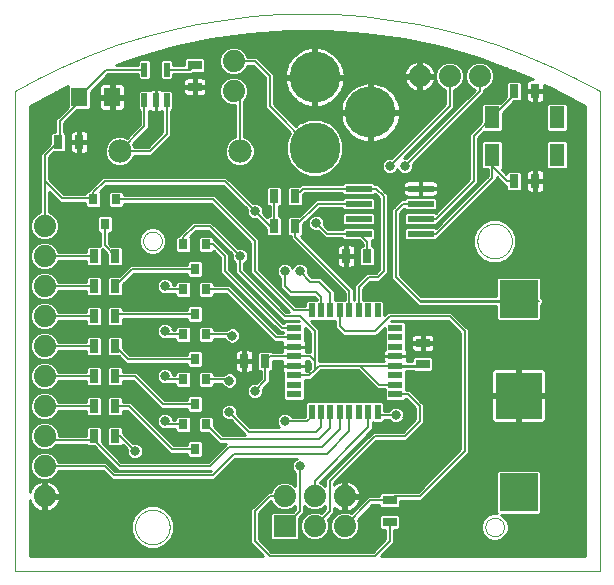
<source format=gtl>
G75*
G70*
%OFA0B0*%
%FSLAX24Y24*%
%IPPOS*%
%LPD*%
%AMOC8*
5,1,8,0,0,1.08239X$1,22.5*
%
%ADD10C,0.0000*%
%ADD11R,0.0870X0.0240*%
%ADD12R,0.1535X0.1535*%
%ADD13R,0.1260X0.1260*%
%ADD14R,0.0315X0.0472*%
%ADD15R,0.0512X0.0748*%
%ADD16R,0.0500X0.0220*%
%ADD17R,0.0220X0.0500*%
%ADD18R,0.0472X0.0315*%
%ADD19R,0.0740X0.0740*%
%ADD20C,0.0740*%
%ADD21R,0.0217X0.0472*%
%ADD22R,0.0551X0.0630*%
%ADD23R,0.0315X0.0354*%
%ADD24C,0.1700*%
%ADD25C,0.0780*%
%ADD26C,0.0100*%
%ADD27C,0.0320*%
%ADD28C,0.0080*%
D10*
X000554Y000101D02*
X020054Y000101D01*
X020054Y016101D01*
X015979Y011101D02*
X015981Y011148D01*
X015987Y011196D01*
X015997Y011242D01*
X016010Y011288D01*
X016027Y011332D01*
X016048Y011375D01*
X016073Y011415D01*
X016100Y011454D01*
X016131Y011490D01*
X016165Y011524D01*
X016201Y011555D01*
X016240Y011582D01*
X016280Y011607D01*
X016323Y011628D01*
X016367Y011645D01*
X016413Y011658D01*
X016459Y011668D01*
X016507Y011674D01*
X016554Y011676D01*
X016601Y011674D01*
X016649Y011668D01*
X016695Y011658D01*
X016741Y011645D01*
X016785Y011628D01*
X016828Y011607D01*
X016868Y011582D01*
X016907Y011555D01*
X016943Y011524D01*
X016977Y011490D01*
X017008Y011454D01*
X017035Y011415D01*
X017060Y011375D01*
X017081Y011332D01*
X017098Y011288D01*
X017111Y011242D01*
X017121Y011196D01*
X017127Y011148D01*
X017129Y011101D01*
X017127Y011054D01*
X017121Y011006D01*
X017111Y010960D01*
X017098Y010914D01*
X017081Y010870D01*
X017060Y010827D01*
X017035Y010787D01*
X017008Y010748D01*
X016977Y010712D01*
X016943Y010678D01*
X016907Y010647D01*
X016868Y010620D01*
X016828Y010595D01*
X016785Y010574D01*
X016741Y010557D01*
X016695Y010544D01*
X016649Y010534D01*
X016601Y010528D01*
X016554Y010526D01*
X016507Y010528D01*
X016459Y010534D01*
X016413Y010544D01*
X016367Y010557D01*
X016323Y010574D01*
X016280Y010595D01*
X016240Y010620D01*
X016201Y010647D01*
X016165Y010678D01*
X016131Y010712D01*
X016100Y010748D01*
X016073Y010787D01*
X016048Y010827D01*
X016027Y010870D01*
X016010Y010914D01*
X015997Y010960D01*
X015987Y011006D01*
X015981Y011054D01*
X015979Y011101D01*
X016242Y001570D02*
X016244Y001605D01*
X016250Y001639D01*
X016260Y001673D01*
X016273Y001705D01*
X016290Y001736D01*
X016310Y001765D01*
X016333Y001791D01*
X016359Y001814D01*
X016388Y001834D01*
X016419Y001851D01*
X016451Y001864D01*
X016485Y001874D01*
X016519Y001880D01*
X016554Y001882D01*
X016589Y001880D01*
X016623Y001874D01*
X016657Y001864D01*
X016689Y001851D01*
X016720Y001834D01*
X016749Y001814D01*
X016775Y001791D01*
X016798Y001765D01*
X016818Y001736D01*
X016835Y001705D01*
X016848Y001673D01*
X016858Y001639D01*
X016864Y001605D01*
X016866Y001570D01*
X016864Y001535D01*
X016858Y001501D01*
X016848Y001467D01*
X016835Y001435D01*
X016818Y001404D01*
X016798Y001375D01*
X016775Y001349D01*
X016749Y001326D01*
X016720Y001306D01*
X016689Y001289D01*
X016657Y001276D01*
X016623Y001266D01*
X016589Y001260D01*
X016554Y001258D01*
X016519Y001260D01*
X016485Y001266D01*
X016451Y001276D01*
X016419Y001289D01*
X016388Y001306D01*
X016359Y001326D01*
X016333Y001349D01*
X016310Y001375D01*
X016290Y001404D01*
X016273Y001435D01*
X016260Y001467D01*
X016250Y001501D01*
X016244Y001535D01*
X016242Y001570D01*
X020054Y016101D02*
X019238Y016540D01*
X018402Y016940D01*
X017549Y017301D01*
X016679Y017621D01*
X015795Y017900D01*
X014899Y018137D01*
X013993Y018331D01*
X013079Y018483D01*
X012159Y018592D01*
X011234Y018657D01*
X010308Y018679D01*
X009382Y018657D01*
X008457Y018592D01*
X007537Y018483D01*
X006623Y018331D01*
X005717Y018137D01*
X004821Y017900D01*
X003937Y017621D01*
X003067Y017301D01*
X002214Y016940D01*
X001378Y016540D01*
X000562Y016101D01*
X000554Y000101D01*
X004573Y001570D02*
X004575Y001617D01*
X004581Y001665D01*
X004591Y001711D01*
X004604Y001757D01*
X004621Y001801D01*
X004642Y001844D01*
X004667Y001884D01*
X004694Y001923D01*
X004725Y001959D01*
X004759Y001993D01*
X004795Y002024D01*
X004834Y002051D01*
X004874Y002076D01*
X004917Y002097D01*
X004961Y002114D01*
X005007Y002127D01*
X005053Y002137D01*
X005101Y002143D01*
X005148Y002145D01*
X005195Y002143D01*
X005243Y002137D01*
X005289Y002127D01*
X005335Y002114D01*
X005379Y002097D01*
X005422Y002076D01*
X005462Y002051D01*
X005501Y002024D01*
X005537Y001993D01*
X005571Y001959D01*
X005602Y001923D01*
X005629Y001884D01*
X005654Y001844D01*
X005675Y001801D01*
X005692Y001757D01*
X005705Y001711D01*
X005715Y001665D01*
X005721Y001617D01*
X005723Y001570D01*
X005721Y001523D01*
X005715Y001475D01*
X005705Y001429D01*
X005692Y001383D01*
X005675Y001339D01*
X005654Y001296D01*
X005629Y001256D01*
X005602Y001217D01*
X005571Y001181D01*
X005537Y001147D01*
X005501Y001116D01*
X005462Y001089D01*
X005422Y001064D01*
X005379Y001043D01*
X005335Y001026D01*
X005289Y001013D01*
X005243Y001003D01*
X005195Y000997D01*
X005148Y000995D01*
X005101Y000997D01*
X005053Y001003D01*
X005007Y001013D01*
X004961Y001026D01*
X004917Y001043D01*
X004874Y001064D01*
X004834Y001089D01*
X004795Y001116D01*
X004759Y001147D01*
X004725Y001181D01*
X004694Y001217D01*
X004667Y001256D01*
X004642Y001296D01*
X004621Y001339D01*
X004604Y001383D01*
X004591Y001429D01*
X004581Y001475D01*
X004575Y001523D01*
X004573Y001570D01*
X004836Y011101D02*
X004838Y011136D01*
X004844Y011170D01*
X004854Y011204D01*
X004867Y011236D01*
X004884Y011267D01*
X004904Y011296D01*
X004927Y011322D01*
X004953Y011345D01*
X004982Y011365D01*
X005013Y011382D01*
X005045Y011395D01*
X005079Y011405D01*
X005113Y011411D01*
X005148Y011413D01*
X005183Y011411D01*
X005217Y011405D01*
X005251Y011395D01*
X005283Y011382D01*
X005314Y011365D01*
X005343Y011345D01*
X005369Y011322D01*
X005392Y011296D01*
X005412Y011267D01*
X005429Y011236D01*
X005442Y011204D01*
X005452Y011170D01*
X005458Y011136D01*
X005460Y011101D01*
X005458Y011066D01*
X005452Y011032D01*
X005442Y010998D01*
X005429Y010966D01*
X005412Y010935D01*
X005392Y010906D01*
X005369Y010880D01*
X005343Y010857D01*
X005314Y010837D01*
X005283Y010820D01*
X005251Y010807D01*
X005217Y010797D01*
X005183Y010791D01*
X005148Y010789D01*
X005113Y010791D01*
X005079Y010797D01*
X005045Y010807D01*
X005013Y010820D01*
X004982Y010837D01*
X004953Y010857D01*
X004927Y010880D01*
X004904Y010906D01*
X004884Y010935D01*
X004867Y010966D01*
X004854Y010998D01*
X004844Y011032D01*
X004838Y011066D01*
X004836Y011101D01*
D11*
X012024Y011351D03*
X012024Y011851D03*
X012024Y012351D03*
X012024Y012851D03*
X014084Y012851D03*
X014084Y012351D03*
X014084Y011851D03*
X014084Y011351D03*
D12*
X017354Y005951D03*
D13*
X017354Y009179D03*
X017354Y002722D03*
D14*
X012309Y010601D03*
X011600Y010601D03*
X009909Y011601D03*
X009200Y011601D03*
X009200Y012601D03*
X009909Y012601D03*
X008909Y007101D03*
X008200Y007101D03*
X003909Y007601D03*
X003200Y007601D03*
X003200Y008601D03*
X003909Y008601D03*
X003909Y009601D03*
X003200Y009601D03*
X003200Y010601D03*
X003909Y010601D03*
X002709Y014401D03*
X002000Y014401D03*
X003200Y006601D03*
X003909Y006601D03*
X003909Y005601D03*
X003200Y005601D03*
X003200Y004601D03*
X003909Y004601D03*
X017200Y013101D03*
X017909Y013101D03*
X017909Y016101D03*
X017200Y016101D03*
D15*
X016472Y015231D03*
X016472Y013971D03*
X018637Y013971D03*
X018637Y015231D03*
D16*
X013244Y008203D03*
X013244Y007888D03*
X013244Y007573D03*
X013244Y007258D03*
X013244Y006943D03*
X013244Y006628D03*
X013244Y006313D03*
X013244Y005998D03*
X009864Y005998D03*
X009864Y006313D03*
X009864Y006628D03*
X009864Y006943D03*
X009864Y007258D03*
X009864Y007573D03*
X009864Y007888D03*
X009864Y008203D03*
D17*
X010452Y008791D03*
X010767Y008791D03*
X011082Y008791D03*
X011397Y008791D03*
X011712Y008791D03*
X012027Y008791D03*
X012342Y008791D03*
X012657Y008791D03*
X012657Y005411D03*
X012342Y005411D03*
X012027Y005411D03*
X011712Y005411D03*
X011397Y005411D03*
X011082Y005411D03*
X010767Y005411D03*
X010452Y005411D03*
D18*
X013054Y002455D03*
X013054Y001746D03*
X014154Y006996D03*
X014154Y007705D03*
X006554Y016246D03*
X006554Y016955D03*
D19*
X009554Y001601D03*
D20*
X009554Y002601D03*
X010554Y002601D03*
X010554Y001601D03*
X011554Y001601D03*
X011554Y002601D03*
X001554Y002601D03*
X001554Y003601D03*
X001554Y004601D03*
X001554Y005601D03*
X001554Y006601D03*
X001554Y007601D03*
X001554Y008601D03*
X001554Y009601D03*
X001554Y010601D03*
X001554Y011601D03*
X007854Y016101D03*
X007854Y017101D03*
X014054Y016601D03*
X015054Y016601D03*
X016054Y016601D03*
D21*
X005628Y016813D03*
X004880Y016813D03*
X004880Y015789D03*
X005254Y015789D03*
X005628Y015789D03*
D22*
X003806Y015901D03*
X002703Y015901D03*
D23*
X003180Y012494D03*
X003928Y012494D03*
X003554Y011668D03*
X006180Y010994D03*
X006928Y010994D03*
X006554Y010168D03*
X006180Y009494D03*
X006928Y009494D03*
X006554Y008668D03*
X006180Y007994D03*
X006928Y007994D03*
X006554Y007168D03*
X006180Y006494D03*
X006928Y006494D03*
X006554Y005668D03*
X006180Y004994D03*
X006928Y004994D03*
X006554Y004168D03*
D24*
X010554Y014207D03*
X012405Y015388D03*
X010554Y016569D03*
D25*
X008054Y014101D03*
X004054Y014101D03*
D26*
X003592Y014291D02*
X003016Y014291D01*
X003016Y014372D02*
X002738Y014372D01*
X002738Y014430D01*
X003016Y014430D01*
X003016Y014657D01*
X003006Y014695D01*
X002986Y014729D01*
X002958Y014757D01*
X002924Y014777D01*
X002886Y014787D01*
X002737Y014787D01*
X002737Y014430D01*
X002680Y014430D01*
X002680Y014787D01*
X002531Y014787D01*
X002493Y014777D01*
X002459Y014757D01*
X002431Y014729D01*
X002411Y014695D01*
X002401Y014657D01*
X002401Y014430D01*
X002680Y014430D01*
X002680Y014372D01*
X002737Y014372D01*
X002737Y014015D01*
X002886Y014015D01*
X002924Y014025D01*
X002958Y014045D01*
X002986Y014072D01*
X003006Y014107D01*
X003016Y014145D01*
X003016Y014372D01*
X003016Y014488D02*
X003735Y014488D01*
X003771Y014525D02*
X003630Y014384D01*
X003554Y014200D01*
X003554Y014001D01*
X003630Y013818D01*
X003771Y013677D01*
X003955Y013601D01*
X004154Y013601D01*
X004338Y013677D01*
X004478Y013818D01*
X004533Y013951D01*
X005116Y013951D01*
X005204Y014039D01*
X005778Y014613D01*
X005778Y014737D01*
X005778Y015443D01*
X005782Y015443D01*
X005847Y015507D01*
X005847Y016071D01*
X005782Y016135D01*
X005474Y016135D01*
X005470Y016130D01*
X005455Y016145D01*
X005420Y016165D01*
X005382Y016175D01*
X005258Y016175D01*
X005258Y015793D01*
X005250Y015793D01*
X005250Y016175D01*
X005126Y016175D01*
X005088Y016165D01*
X005054Y016145D01*
X005039Y016130D01*
X005034Y016135D01*
X004726Y016135D01*
X004662Y016071D01*
X004662Y015507D01*
X004726Y015443D01*
X004730Y015443D01*
X004730Y014989D01*
X004287Y014546D01*
X004154Y014601D01*
X003955Y014601D01*
X003771Y014525D01*
X003921Y014587D02*
X003016Y014587D01*
X003009Y014685D02*
X004427Y014685D01*
X004525Y014784D02*
X002898Y014784D01*
X002737Y014784D02*
X002680Y014784D01*
X002680Y014685D02*
X002737Y014685D01*
X002737Y014587D02*
X002680Y014587D01*
X002680Y014488D02*
X002737Y014488D01*
X002738Y014390D02*
X003636Y014390D01*
X003554Y014192D02*
X003016Y014192D01*
X002999Y014094D02*
X003554Y014094D01*
X003557Y013995D02*
X001807Y013995D01*
X001866Y014055D02*
X001704Y013893D01*
X001704Y013163D01*
X002183Y012684D01*
X002913Y012684D01*
X002913Y012717D01*
X002977Y012782D01*
X003030Y012782D01*
X003030Y012789D01*
X003404Y013163D01*
X003492Y013251D01*
X007492Y013251D01*
X007616Y013251D01*
X008498Y012370D01*
X008501Y012371D01*
X008608Y012371D01*
X008707Y012330D01*
X008783Y012254D01*
X008824Y012154D01*
X008824Y012047D01*
X008823Y012044D01*
X008959Y011909D01*
X008997Y011947D01*
X009050Y011947D01*
X009050Y012255D01*
X008997Y012255D01*
X008933Y012319D01*
X008933Y012883D01*
X008997Y012947D01*
X009403Y012947D01*
X009467Y012883D01*
X009467Y012319D01*
X009403Y012255D01*
X009350Y012255D01*
X009350Y011947D01*
X009403Y011947D01*
X009467Y011883D01*
X009467Y011319D01*
X009403Y011255D01*
X008997Y011255D01*
X008933Y011319D01*
X008933Y011510D01*
X008611Y011832D01*
X008608Y011831D01*
X008501Y011831D01*
X008401Y011872D01*
X008325Y011948D01*
X008284Y012047D01*
X008284Y012154D01*
X008286Y012157D01*
X007492Y012951D01*
X003616Y012951D01*
X003415Y012750D01*
X003448Y012717D01*
X003448Y012272D01*
X003383Y012207D01*
X002977Y012207D01*
X002913Y012272D01*
X002913Y012384D01*
X002183Y012384D01*
X002059Y012384D01*
X001704Y012739D01*
X001704Y012058D01*
X001826Y012008D01*
X001961Y011873D01*
X002034Y011696D01*
X002034Y011505D01*
X001961Y011329D01*
X001826Y011194D01*
X001650Y011121D01*
X001459Y011121D01*
X001282Y011194D01*
X001147Y011329D01*
X001074Y011505D01*
X001074Y011696D01*
X001147Y011873D01*
X001282Y012008D01*
X001404Y012058D01*
X001404Y013039D01*
X001404Y013163D01*
X001404Y013893D01*
X001404Y014017D01*
X001733Y014345D01*
X001733Y014683D01*
X001797Y014747D01*
X001904Y014747D01*
X001904Y015163D01*
X001992Y015251D01*
X002318Y015576D01*
X002318Y016261D01*
X002338Y016282D01*
X002192Y016216D01*
X001054Y015601D01*
X001054Y002745D01*
X001072Y002800D01*
X001110Y002873D01*
X001158Y002940D01*
X001216Y002997D01*
X001282Y003046D01*
X001355Y003083D01*
X001433Y003108D01*
X001504Y003119D01*
X001504Y002651D01*
X001604Y002651D01*
X001604Y003119D01*
X001676Y003108D01*
X001754Y003083D01*
X001827Y003046D01*
X001893Y002997D01*
X001951Y002940D01*
X001999Y002873D01*
X002036Y002800D01*
X002061Y002723D01*
X002073Y002651D01*
X001604Y002651D01*
X001604Y002551D01*
X001604Y002082D01*
X001676Y002094D01*
X001754Y002119D01*
X001827Y002156D01*
X001893Y002204D01*
X001951Y002262D01*
X001999Y002328D01*
X002036Y002401D01*
X002061Y002479D01*
X002073Y002551D01*
X001604Y002551D01*
X001504Y002551D01*
X001504Y002082D01*
X001433Y002094D01*
X001355Y002119D01*
X001282Y002156D01*
X001216Y002204D01*
X001158Y002262D01*
X001110Y002328D01*
X001072Y002401D01*
X001054Y002457D01*
X001054Y000601D01*
X008842Y000601D01*
X008404Y001039D01*
X008404Y001163D01*
X008404Y002163D01*
X008492Y002251D01*
X008992Y002751D01*
X009097Y002751D01*
X009147Y002873D01*
X009282Y003008D01*
X009459Y003081D01*
X009650Y003081D01*
X009826Y003008D01*
X009904Y002930D01*
X009904Y003371D01*
X009901Y003372D01*
X009825Y003448D01*
X009784Y003547D01*
X009784Y003654D01*
X009825Y003754D01*
X009901Y003830D01*
X009952Y003851D01*
X007916Y003851D01*
X007216Y003151D01*
X007092Y003151D01*
X003792Y003151D01*
X003704Y003239D01*
X003492Y003451D01*
X002012Y003451D01*
X001961Y003329D01*
X001826Y003194D01*
X001650Y003121D01*
X001459Y003121D01*
X001282Y003194D01*
X001147Y003329D01*
X001074Y003505D01*
X001074Y003696D01*
X001147Y003873D01*
X001282Y004008D01*
X001459Y004081D01*
X001650Y004081D01*
X001826Y004008D01*
X001961Y003873D01*
X002012Y003751D01*
X003492Y003751D01*
X003616Y003751D01*
X003916Y003451D01*
X003992Y003451D01*
X007092Y003451D01*
X003916Y003451D01*
X003992Y003451D02*
X003904Y003539D01*
X003188Y004255D01*
X002997Y004255D01*
X002946Y004305D01*
X001937Y004305D01*
X001826Y004194D01*
X001650Y004121D01*
X001459Y004121D01*
X001282Y004194D01*
X001147Y004329D01*
X001074Y004505D01*
X001074Y004696D01*
X001147Y004873D01*
X001282Y005008D01*
X001459Y005081D01*
X001650Y005081D01*
X001826Y005008D01*
X001961Y004873D01*
X002034Y004696D01*
X002034Y004605D01*
X002933Y004605D01*
X002933Y004883D01*
X002997Y004947D01*
X003403Y004947D01*
X003467Y004883D01*
X003467Y004400D01*
X004116Y003751D01*
X006992Y003751D01*
X007592Y004351D01*
X007484Y004351D01*
X007360Y004351D01*
X007003Y004707D01*
X006725Y004707D01*
X006661Y004772D01*
X006661Y005217D01*
X006725Y005282D01*
X007131Y005282D01*
X007196Y005217D01*
X007196Y004939D01*
X007484Y004651D01*
X008242Y004651D01*
X007761Y005132D01*
X007758Y005131D01*
X007651Y005131D01*
X007551Y005172D01*
X007475Y005248D01*
X007434Y005347D01*
X007434Y005454D01*
X007475Y005554D01*
X007551Y005630D01*
X007651Y005671D01*
X007758Y005671D01*
X007857Y005630D01*
X007933Y005554D01*
X007974Y005454D01*
X007974Y005347D01*
X007973Y005344D01*
X008416Y004901D01*
X009373Y004901D01*
X009325Y004948D01*
X009284Y005047D01*
X009284Y005154D01*
X009325Y005254D01*
X009401Y005330D01*
X009501Y005371D01*
X009608Y005371D01*
X009707Y005330D01*
X009783Y005254D01*
X009784Y005251D01*
X010232Y005251D01*
X010232Y005706D01*
X010296Y005771D01*
X010608Y005771D01*
X010609Y005769D01*
X010611Y005771D01*
X010922Y005771D01*
X010924Y005769D01*
X010926Y005771D01*
X011237Y005771D01*
X011239Y005769D01*
X011241Y005771D01*
X011552Y005771D01*
X011554Y005769D01*
X011556Y005771D01*
X011867Y005771D01*
X011869Y005769D01*
X011871Y005771D01*
X012182Y005771D01*
X012184Y005769D01*
X012186Y005771D01*
X012497Y005771D01*
X012499Y005769D01*
X012501Y005771D01*
X012812Y005771D01*
X012877Y005706D01*
X012877Y005451D01*
X013024Y005451D01*
X013025Y005454D01*
X013101Y005530D01*
X013201Y005571D01*
X013308Y005571D01*
X013407Y005530D01*
X013483Y005454D01*
X013524Y005354D01*
X013524Y005247D01*
X013483Y005148D01*
X013407Y005072D01*
X013308Y005031D01*
X013201Y005031D01*
X013101Y005072D01*
X013025Y005148D01*
X013024Y005151D01*
X012877Y005151D01*
X012877Y005115D01*
X012812Y005051D01*
X012501Y005051D01*
X012499Y005053D01*
X012497Y005051D01*
X012492Y005051D01*
X012492Y004950D01*
X012492Y004826D01*
X010718Y003052D01*
X010826Y003008D01*
X010904Y002930D01*
X010904Y003039D01*
X010904Y003163D01*
X012492Y004751D01*
X012616Y004751D01*
X013492Y004751D01*
X013904Y005163D01*
X013904Y005539D01*
X013602Y005841D01*
X013540Y005778D01*
X012949Y005778D01*
X012884Y005843D01*
X012884Y006154D01*
X012886Y006156D01*
X012884Y006158D01*
X012884Y006163D01*
X012746Y006163D01*
X012622Y006163D01*
X011992Y006793D01*
X010759Y006793D01*
X010704Y006739D01*
X010704Y006739D01*
X010444Y006478D01*
X010320Y006478D01*
X010224Y006478D01*
X010224Y006473D01*
X010222Y006471D01*
X010224Y006469D01*
X010224Y006158D01*
X010222Y006156D01*
X010224Y006154D01*
X010224Y005843D01*
X010160Y005778D01*
X009569Y005778D01*
X009504Y005843D01*
X009504Y006154D01*
X009506Y006156D01*
X009504Y006158D01*
X009504Y006469D01*
X009506Y006471D01*
X009504Y006473D01*
X009504Y006731D01*
X009494Y006741D01*
X009475Y006775D01*
X009464Y006814D01*
X009464Y006938D01*
X009859Y006938D01*
X009859Y006948D01*
X009464Y006948D01*
X009464Y007073D01*
X009474Y007108D01*
X009176Y007108D01*
X009176Y006819D01*
X009112Y006755D01*
X009059Y006755D01*
X009059Y006517D01*
X009059Y006393D01*
X008823Y006157D01*
X008824Y006154D01*
X008824Y006047D01*
X008783Y005948D01*
X008707Y005872D01*
X008608Y005831D01*
X008501Y005831D01*
X008401Y005872D01*
X008325Y005948D01*
X008284Y006047D01*
X008284Y006154D01*
X008325Y006254D01*
X008401Y006330D01*
X008501Y006371D01*
X008608Y006371D01*
X008611Y006370D01*
X008759Y006517D01*
X008759Y006755D01*
X008706Y006755D01*
X008641Y006819D01*
X008641Y007383D01*
X008706Y007447D01*
X009112Y007447D01*
X009150Y007408D01*
X009474Y007408D01*
X009464Y007443D01*
X009464Y007568D01*
X009859Y007568D01*
X009859Y007578D01*
X009464Y007578D01*
X009464Y007703D01*
X009474Y007738D01*
X009329Y007738D01*
X009205Y007738D01*
X007598Y009344D01*
X007196Y009344D01*
X007196Y009272D01*
X007131Y009207D01*
X006725Y009207D01*
X006661Y009272D01*
X006661Y009717D01*
X006725Y009782D01*
X007131Y009782D01*
X007196Y009717D01*
X007196Y009644D01*
X007598Y009644D01*
X007723Y009644D01*
X009329Y008038D01*
X009504Y008038D01*
X009504Y008044D01*
X009506Y008046D01*
X009504Y008048D01*
X009504Y008053D01*
X009390Y008053D01*
X007404Y010039D01*
X007404Y010163D01*
X007404Y010539D01*
X007184Y010759D01*
X007131Y010707D01*
X006725Y010707D01*
X006661Y010772D01*
X006661Y011217D01*
X006725Y011282D01*
X007131Y011282D01*
X007196Y011217D01*
X007196Y011144D01*
X007223Y011144D01*
X007704Y010663D01*
X007704Y010539D01*
X007704Y010163D01*
X009506Y008361D01*
X009569Y008423D01*
X010020Y008423D01*
X009992Y008451D01*
X009492Y008451D01*
X009404Y008539D01*
X007904Y010039D01*
X007904Y010163D01*
X007904Y010371D01*
X007901Y010372D01*
X007825Y010448D01*
X007704Y010448D01*
X007704Y010546D02*
X007785Y010546D01*
X007784Y010547D02*
X007825Y010448D01*
X007784Y010547D02*
X007784Y010654D01*
X007786Y010657D01*
X006992Y011451D01*
X006616Y011451D01*
X006415Y011250D01*
X006448Y011217D01*
X006448Y010772D01*
X006383Y010707D01*
X005977Y010707D01*
X005913Y010772D01*
X005913Y011217D01*
X005977Y011282D01*
X006030Y011282D01*
X006030Y011289D01*
X006404Y011663D01*
X006492Y011751D01*
X006992Y011751D01*
X007116Y011751D01*
X007998Y010870D01*
X008001Y010871D01*
X008108Y010871D01*
X008207Y010830D01*
X008283Y010754D01*
X008324Y010654D01*
X008324Y010547D01*
X008283Y010448D01*
X008404Y010448D01*
X008404Y010546D02*
X008324Y010546D01*
X008324Y010645D02*
X008404Y010645D01*
X008404Y010743D02*
X008287Y010743D01*
X008177Y010842D02*
X008404Y010842D01*
X008404Y010941D02*
X007927Y010941D01*
X007828Y011039D02*
X008404Y011039D01*
X008404Y010039D01*
X008492Y009951D01*
X009692Y008751D01*
X009616Y008751D01*
X008204Y010163D01*
X008204Y010371D01*
X008207Y010372D01*
X008283Y010448D01*
X008204Y010349D02*
X008404Y010349D01*
X008404Y010251D02*
X008204Y010251D01*
X008215Y010152D02*
X008404Y010152D01*
X008404Y010054D02*
X008314Y010054D01*
X008412Y009955D02*
X008488Y009955D01*
X008511Y009857D02*
X008586Y009857D01*
X008609Y009758D02*
X008685Y009758D01*
X008708Y009659D02*
X008783Y009659D01*
X008806Y009561D02*
X008882Y009561D01*
X008905Y009462D02*
X008981Y009462D01*
X009003Y009364D02*
X009079Y009364D01*
X009102Y009265D02*
X009178Y009265D01*
X009200Y009167D02*
X009276Y009167D01*
X009299Y009068D02*
X009375Y009068D01*
X009398Y008970D02*
X009473Y008970D01*
X009496Y008871D02*
X009572Y008871D01*
X009595Y008773D02*
X009670Y008773D01*
X009898Y008970D02*
X010232Y008970D01*
X010232Y008941D02*
X009926Y008941D01*
X008704Y010163D01*
X008704Y011039D01*
X009904Y011039D01*
X010002Y010941D02*
X008704Y010941D01*
X008704Y011039D02*
X008704Y011163D01*
X007223Y012644D01*
X007098Y012644D01*
X004196Y012644D01*
X004196Y012717D01*
X004131Y012782D01*
X003725Y012782D01*
X003661Y012717D01*
X003661Y012272D01*
X003725Y012207D01*
X004131Y012207D01*
X004196Y012272D01*
X004196Y012344D01*
X007098Y012344D01*
X008404Y011039D01*
X008305Y011138D02*
X007730Y011138D01*
X007631Y011236D02*
X008207Y011236D01*
X008108Y011335D02*
X007532Y011335D01*
X007434Y011433D02*
X008010Y011433D01*
X007911Y011532D02*
X007335Y011532D01*
X007237Y011630D02*
X007813Y011630D01*
X007714Y011729D02*
X007138Y011729D01*
X007010Y011433D02*
X006599Y011433D01*
X006500Y011335D02*
X007108Y011335D01*
X007177Y011236D02*
X007207Y011236D01*
X007230Y011138D02*
X007305Y011138D01*
X007328Y011039D02*
X007404Y011039D01*
X007427Y010941D02*
X007502Y010941D01*
X007525Y010842D02*
X007601Y010842D01*
X007624Y010743D02*
X007699Y010743D01*
X007704Y010645D02*
X007784Y010645D01*
X007704Y010349D02*
X007904Y010349D01*
X007904Y010251D02*
X007704Y010251D01*
X007715Y010152D02*
X007904Y010152D01*
X007904Y010054D02*
X007814Y010054D01*
X007912Y009955D02*
X007988Y009955D01*
X008011Y009857D02*
X008086Y009857D01*
X008109Y009758D02*
X008185Y009758D01*
X008208Y009659D02*
X008283Y009659D01*
X008306Y009561D02*
X008382Y009561D01*
X008405Y009462D02*
X008481Y009462D01*
X008503Y009364D02*
X008579Y009364D01*
X008602Y009265D02*
X008678Y009265D01*
X008700Y009167D02*
X008776Y009167D01*
X008799Y009068D02*
X008875Y009068D01*
X008898Y008970D02*
X008973Y008970D01*
X008996Y008871D02*
X009072Y008871D01*
X009095Y008773D02*
X009170Y008773D01*
X009193Y008674D02*
X009269Y008674D01*
X009292Y008576D02*
X009367Y008576D01*
X009390Y008477D02*
X009466Y008477D01*
X009489Y008378D02*
X009524Y008378D01*
X009262Y008181D02*
X009186Y008181D01*
X009163Y008280D02*
X009087Y008280D01*
X009065Y008378D02*
X008989Y008378D01*
X008966Y008477D02*
X008890Y008477D01*
X008867Y008576D02*
X008792Y008576D01*
X008769Y008674D02*
X008693Y008674D01*
X008670Y008773D02*
X008595Y008773D01*
X008572Y008871D02*
X008496Y008871D01*
X008473Y008970D02*
X008398Y008970D01*
X008375Y009068D02*
X008299Y009068D01*
X008276Y009167D02*
X008200Y009167D01*
X008178Y009265D02*
X008102Y009265D01*
X008079Y009364D02*
X008003Y009364D01*
X007981Y009462D02*
X007905Y009462D01*
X007882Y009561D02*
X007806Y009561D01*
X007783Y009659D02*
X007196Y009659D01*
X007155Y009758D02*
X007685Y009758D01*
X007586Y009857D02*
X005642Y009857D01*
X005608Y009871D02*
X005501Y009871D01*
X005401Y009830D01*
X005325Y009754D01*
X005284Y009654D01*
X005284Y009547D01*
X005325Y009448D01*
X005401Y009372D01*
X005501Y009331D01*
X005608Y009331D01*
X005641Y009344D01*
X005723Y009344D01*
X005913Y009344D01*
X005913Y009272D01*
X005977Y009207D01*
X006383Y009207D01*
X006448Y009272D01*
X006448Y009717D01*
X006383Y009782D01*
X005977Y009782D01*
X005913Y009717D01*
X005913Y009644D01*
X005824Y009644D01*
X005824Y009654D01*
X005783Y009754D01*
X005707Y009830D01*
X005608Y009871D01*
X005466Y009857D02*
X004377Y009857D01*
X004475Y009955D02*
X006287Y009955D01*
X006287Y009945D02*
X006351Y009881D01*
X006757Y009881D01*
X006822Y009945D01*
X006822Y010390D01*
X006757Y010455D01*
X006351Y010455D01*
X006287Y010390D01*
X006287Y010318D01*
X004538Y010318D01*
X004413Y010318D01*
X004043Y009947D01*
X003706Y009947D01*
X003641Y009883D01*
X003641Y009319D01*
X003706Y009255D01*
X004112Y009255D01*
X004176Y009319D01*
X004176Y009656D01*
X004538Y010018D01*
X006287Y010018D01*
X006287Y009945D01*
X006407Y009758D02*
X006702Y009758D01*
X006661Y009659D02*
X006448Y009659D01*
X006448Y009561D02*
X006661Y009561D01*
X006661Y009462D02*
X006448Y009462D01*
X006448Y009364D02*
X006661Y009364D01*
X006667Y009265D02*
X006441Y009265D01*
X006351Y008955D02*
X006287Y008890D01*
X006287Y008818D01*
X004176Y008818D01*
X004176Y008883D01*
X004112Y008947D01*
X003706Y008947D01*
X003641Y008883D01*
X003641Y008319D01*
X003706Y008255D01*
X004112Y008255D01*
X004176Y008319D01*
X004176Y008518D01*
X006287Y008518D01*
X006287Y008445D01*
X006351Y008381D01*
X006757Y008381D01*
X006822Y008445D01*
X006822Y008890D01*
X006757Y008955D01*
X006351Y008955D01*
X006287Y008871D02*
X004176Y008871D01*
X004176Y008477D02*
X006287Y008477D01*
X006383Y008282D02*
X005977Y008282D01*
X005913Y008217D01*
X005913Y008144D01*
X005824Y008144D01*
X005824Y008154D01*
X005783Y008254D01*
X005707Y008330D01*
X005608Y008371D01*
X005501Y008371D01*
X005401Y008330D01*
X005325Y008254D01*
X005284Y008154D01*
X005284Y008047D01*
X005325Y007948D01*
X005401Y007872D01*
X005501Y007831D01*
X005608Y007831D01*
X005641Y007844D01*
X005723Y007844D01*
X005913Y007844D01*
X005913Y007772D01*
X005977Y007707D01*
X006383Y007707D01*
X006448Y007772D01*
X006448Y008217D01*
X006383Y008282D01*
X006385Y008280D02*
X006724Y008280D01*
X006725Y008282D02*
X006661Y008217D01*
X006661Y007772D01*
X006725Y007707D01*
X007131Y007707D01*
X007196Y007772D01*
X007196Y007844D01*
X007556Y007844D01*
X007575Y007798D01*
X007651Y007722D01*
X007751Y007681D01*
X007858Y007681D01*
X007957Y007722D01*
X008033Y007798D01*
X008074Y007897D01*
X008074Y008004D01*
X008033Y008104D01*
X007957Y008180D01*
X007858Y008221D01*
X007751Y008221D01*
X007651Y008180D01*
X007616Y008144D01*
X007196Y008144D01*
X007196Y008217D01*
X007131Y008282D01*
X006725Y008282D01*
X006661Y008181D02*
X006448Y008181D01*
X006448Y008083D02*
X006661Y008083D01*
X006661Y007984D02*
X006448Y007984D01*
X006448Y007886D02*
X006661Y007886D01*
X006661Y007787D02*
X006448Y007787D01*
X006351Y007455D02*
X006287Y007390D01*
X006287Y007318D01*
X004404Y007318D01*
X004176Y007545D01*
X004176Y007883D01*
X004112Y007947D01*
X003706Y007947D01*
X003641Y007883D01*
X003641Y007319D01*
X003706Y007255D01*
X004043Y007255D01*
X004280Y007018D01*
X004404Y007018D01*
X006287Y007018D01*
X006287Y006945D01*
X006351Y006881D01*
X006757Y006881D01*
X006822Y006945D01*
X006822Y007390D01*
X006757Y007455D01*
X006351Y007455D01*
X006289Y007393D02*
X004329Y007393D01*
X004230Y007492D02*
X009464Y007492D01*
X009464Y007590D02*
X004176Y007590D01*
X004176Y007689D02*
X007732Y007689D01*
X007877Y007689D02*
X009464Y007689D01*
X009156Y007787D02*
X008023Y007787D01*
X008070Y007886D02*
X009057Y007886D01*
X008959Y007984D02*
X008074Y007984D01*
X008042Y008083D02*
X008860Y008083D01*
X008762Y008181D02*
X007953Y008181D01*
X007655Y008181D02*
X007196Y008181D01*
X007133Y008280D02*
X008663Y008280D01*
X008565Y008378D02*
X004176Y008378D01*
X004137Y008280D02*
X005352Y008280D01*
X005295Y008181D02*
X001796Y008181D01*
X001826Y008194D02*
X001961Y008329D01*
X002012Y008451D01*
X002933Y008451D01*
X002933Y008319D01*
X002997Y008255D01*
X003403Y008255D01*
X003467Y008319D01*
X003467Y008883D01*
X003403Y008947D01*
X002997Y008947D01*
X002933Y008883D01*
X002933Y008751D01*
X002012Y008751D01*
X001961Y008873D01*
X001826Y009008D01*
X001650Y009081D01*
X001459Y009081D01*
X001282Y009008D01*
X001147Y008873D01*
X001074Y008696D01*
X001074Y008505D01*
X001147Y008329D01*
X001282Y008194D01*
X001459Y008121D01*
X001650Y008121D01*
X001826Y008194D01*
X001912Y008280D02*
X002972Y008280D01*
X002933Y008378D02*
X001982Y008378D01*
X001826Y008008D02*
X001650Y008081D01*
X001459Y008081D01*
X001282Y008008D01*
X001147Y007873D01*
X001074Y007696D01*
X001074Y007505D01*
X001147Y007329D01*
X001282Y007194D01*
X001459Y007121D01*
X001650Y007121D01*
X001826Y007194D01*
X001961Y007329D01*
X002012Y007451D01*
X002933Y007451D01*
X002933Y007319D01*
X002997Y007255D01*
X003403Y007255D01*
X003467Y007319D01*
X003467Y007883D01*
X003403Y007947D01*
X002997Y007947D01*
X002933Y007883D01*
X002933Y007751D01*
X002012Y007751D01*
X001961Y007873D01*
X001826Y008008D01*
X001850Y007984D02*
X005310Y007984D01*
X005284Y008083D02*
X001054Y008083D01*
X001054Y008181D02*
X001313Y008181D01*
X001196Y008280D02*
X001054Y008280D01*
X001054Y008378D02*
X001127Y008378D01*
X001086Y008477D02*
X001054Y008477D01*
X001054Y008576D02*
X001074Y008576D01*
X001074Y008674D02*
X001054Y008674D01*
X001054Y008773D02*
X001106Y008773D01*
X001147Y008871D02*
X001054Y008871D01*
X001054Y008970D02*
X001244Y008970D01*
X001429Y009068D02*
X001054Y009068D01*
X001054Y009167D02*
X001348Y009167D01*
X001282Y009194D02*
X001459Y009121D01*
X001650Y009121D01*
X001826Y009194D01*
X001961Y009329D01*
X002012Y009451D01*
X002933Y009451D01*
X002933Y009319D01*
X002997Y009255D01*
X003403Y009255D01*
X003467Y009319D01*
X003467Y009883D01*
X003403Y009947D01*
X002997Y009947D01*
X002933Y009883D01*
X002933Y009751D01*
X002012Y009751D01*
X001961Y009873D01*
X001826Y010008D01*
X001650Y010081D01*
X001459Y010081D01*
X001282Y010008D01*
X001147Y009873D01*
X001074Y009696D01*
X001074Y009505D01*
X001147Y009329D01*
X001282Y009194D01*
X001211Y009265D02*
X001054Y009265D01*
X001054Y009364D02*
X001133Y009364D01*
X001092Y009462D02*
X001054Y009462D01*
X001054Y009561D02*
X001074Y009561D01*
X001074Y009659D02*
X001054Y009659D01*
X001054Y009758D02*
X001100Y009758D01*
X001141Y009857D02*
X001054Y009857D01*
X001054Y009955D02*
X001230Y009955D01*
X001393Y010054D02*
X001054Y010054D01*
X001054Y010152D02*
X001383Y010152D01*
X001459Y010121D02*
X001282Y010194D01*
X001147Y010329D01*
X001074Y010505D01*
X001074Y010696D01*
X001147Y010873D01*
X001282Y011008D01*
X001459Y011081D01*
X001650Y011081D01*
X001826Y011008D01*
X001961Y010873D01*
X002012Y010751D01*
X002933Y010751D01*
X002933Y010883D01*
X002997Y010947D01*
X003403Y010947D01*
X003404Y010946D01*
X003404Y011017D01*
X003404Y011381D01*
X003351Y011381D01*
X003287Y011445D01*
X003287Y011890D01*
X003351Y011955D01*
X003757Y011955D01*
X003822Y011890D01*
X003822Y011445D01*
X003757Y011381D01*
X003704Y011381D01*
X003704Y011017D01*
X003775Y010947D01*
X004112Y010947D01*
X004176Y010883D01*
X004176Y010319D01*
X004112Y010255D01*
X003706Y010255D01*
X003641Y010319D01*
X003641Y010656D01*
X003467Y010830D01*
X003467Y010319D01*
X003403Y010255D01*
X002997Y010255D01*
X002933Y010319D01*
X002933Y010451D01*
X002012Y010451D01*
X001961Y010329D01*
X001826Y010194D01*
X001650Y010121D01*
X001459Y010121D01*
X001715Y010054D02*
X004149Y010054D01*
X004051Y009955D02*
X001879Y009955D01*
X001968Y009857D02*
X002933Y009857D01*
X002933Y009758D02*
X002009Y009758D01*
X001976Y009364D02*
X002933Y009364D01*
X002986Y009265D02*
X001898Y009265D01*
X001761Y009167D02*
X007776Y009167D01*
X007678Y009265D02*
X007189Y009265D01*
X006822Y008871D02*
X008072Y008871D01*
X008170Y008773D02*
X006822Y008773D01*
X006822Y008674D02*
X008269Y008674D01*
X008367Y008576D02*
X006822Y008576D01*
X006822Y008477D02*
X008466Y008477D01*
X007973Y008970D02*
X001864Y008970D01*
X001962Y008871D02*
X002933Y008871D01*
X002933Y008773D02*
X002003Y008773D01*
X001680Y009068D02*
X007875Y009068D01*
X007488Y009955D02*
X006822Y009955D01*
X006822Y010054D02*
X007404Y010054D01*
X007404Y010152D02*
X006822Y010152D01*
X006822Y010251D02*
X007404Y010251D01*
X007404Y010349D02*
X006822Y010349D01*
X006764Y010448D02*
X007404Y010448D01*
X007397Y010546D02*
X004176Y010546D01*
X004176Y010448D02*
X006344Y010448D01*
X006287Y010349D02*
X004176Y010349D01*
X004347Y010251D02*
X001883Y010251D01*
X001970Y010349D02*
X002933Y010349D01*
X002933Y010448D02*
X002010Y010448D01*
X001726Y010152D02*
X004248Y010152D01*
X004278Y009758D02*
X005330Y009758D01*
X005286Y009659D02*
X004179Y009659D01*
X004176Y009561D02*
X005284Y009561D01*
X005319Y009462D02*
X004176Y009462D01*
X004176Y009364D02*
X005421Y009364D01*
X005822Y009659D02*
X005913Y009659D01*
X005954Y009758D02*
X005779Y009758D01*
X005919Y009265D02*
X004122Y009265D01*
X003695Y009265D02*
X003414Y009265D01*
X003467Y009364D02*
X003641Y009364D01*
X003641Y009462D02*
X003467Y009462D01*
X003467Y009561D02*
X003641Y009561D01*
X003641Y009659D02*
X003467Y009659D01*
X003467Y009758D02*
X003641Y009758D01*
X003641Y009857D02*
X003467Y009857D01*
X003467Y010349D02*
X003641Y010349D01*
X003641Y010448D02*
X003467Y010448D01*
X003467Y010546D02*
X003641Y010546D01*
X003641Y010645D02*
X003467Y010645D01*
X003467Y010743D02*
X003554Y010743D01*
X003404Y011039D02*
X001750Y011039D01*
X001690Y011138D02*
X003404Y011138D01*
X003404Y011236D02*
X001869Y011236D01*
X001964Y011335D02*
X003404Y011335D01*
X003299Y011433D02*
X002004Y011433D01*
X002034Y011532D02*
X003287Y011532D01*
X003287Y011630D02*
X002034Y011630D01*
X002021Y011729D02*
X003287Y011729D01*
X003287Y011827D02*
X001980Y011827D01*
X001908Y011926D02*
X003322Y011926D01*
X003398Y012222D02*
X003711Y012222D01*
X003661Y012320D02*
X003448Y012320D01*
X003448Y012419D02*
X003661Y012419D01*
X003661Y012517D02*
X003448Y012517D01*
X003448Y012616D02*
X003661Y012616D01*
X003661Y012714D02*
X003448Y012714D01*
X003479Y012813D02*
X007630Y012813D01*
X007532Y012911D02*
X003577Y012911D01*
X003350Y013109D02*
X001759Y013109D01*
X001704Y013207D02*
X003448Y013207D01*
X003251Y013010D02*
X001857Y013010D01*
X001956Y012911D02*
X003153Y012911D01*
X003054Y012813D02*
X002054Y012813D01*
X002153Y012714D02*
X002913Y012714D01*
X002913Y012320D02*
X001704Y012320D01*
X001704Y012222D02*
X002963Y012222D01*
X003786Y011926D02*
X007517Y011926D01*
X007616Y011827D02*
X003822Y011827D01*
X003822Y011729D02*
X006470Y011729D01*
X006372Y011630D02*
X003822Y011630D01*
X003822Y011532D02*
X004980Y011532D01*
X005056Y011563D02*
X004886Y011493D01*
X004756Y011363D01*
X004686Y011193D01*
X004686Y011009D01*
X004756Y010839D01*
X004886Y010709D01*
X005056Y010638D01*
X005240Y010638D01*
X005410Y010709D01*
X005540Y010839D01*
X005611Y011009D01*
X005611Y011193D01*
X005540Y011363D01*
X005410Y011493D01*
X005240Y011563D01*
X005056Y011563D01*
X005316Y011532D02*
X006273Y011532D01*
X006175Y011433D02*
X005470Y011433D01*
X005552Y011335D02*
X006076Y011335D01*
X005932Y011236D02*
X005593Y011236D01*
X005611Y011138D02*
X005913Y011138D01*
X005913Y011039D02*
X005611Y011039D01*
X005582Y010941D02*
X005913Y010941D01*
X005913Y010842D02*
X005541Y010842D01*
X005445Y010743D02*
X005941Y010743D01*
X006419Y010743D02*
X006689Y010743D01*
X006661Y010842D02*
X006448Y010842D01*
X006448Y010941D02*
X006661Y010941D01*
X006661Y011039D02*
X006448Y011039D01*
X006448Y011138D02*
X006661Y011138D01*
X006680Y011236D02*
X006429Y011236D01*
X007167Y010743D02*
X007199Y010743D01*
X007298Y010645D02*
X005256Y010645D01*
X005040Y010645D02*
X004176Y010645D01*
X004176Y010743D02*
X004851Y010743D01*
X004755Y010842D02*
X004176Y010842D01*
X004118Y010941D02*
X004714Y010941D01*
X004686Y011039D02*
X003704Y011039D01*
X003704Y011138D02*
X004686Y011138D01*
X004704Y011236D02*
X003704Y011236D01*
X003704Y011335D02*
X004744Y011335D01*
X004826Y011433D02*
X003810Y011433D01*
X004146Y012222D02*
X007221Y012222D01*
X007123Y012320D02*
X004196Y012320D01*
X004196Y012714D02*
X007729Y012714D01*
X007827Y012616D02*
X007251Y012616D01*
X007350Y012517D02*
X007926Y012517D01*
X008024Y012419D02*
X007449Y012419D01*
X007547Y012320D02*
X008123Y012320D01*
X008221Y012222D02*
X007646Y012222D01*
X007744Y012123D02*
X008284Y012123D01*
X008294Y012025D02*
X007843Y012025D01*
X007941Y011926D02*
X008347Y011926D01*
X008616Y011827D02*
X008040Y011827D01*
X008138Y011729D02*
X008714Y011729D01*
X008813Y011630D02*
X008237Y011630D01*
X008335Y011532D02*
X008911Y011532D01*
X008933Y011433D02*
X008434Y011433D01*
X008532Y011335D02*
X008933Y011335D01*
X008704Y011138D02*
X009805Y011138D01*
X009759Y011184D02*
X011562Y009381D01*
X011562Y009151D01*
X011556Y009151D01*
X011554Y009149D01*
X011552Y009151D01*
X011241Y009151D01*
X011239Y009149D01*
X011237Y009151D01*
X011232Y009151D01*
X011232Y009311D01*
X011232Y009435D01*
X010854Y009813D01*
X010766Y009901D01*
X010466Y009901D01*
X010323Y010044D01*
X010324Y010047D01*
X010324Y010154D01*
X010283Y010254D01*
X010207Y010330D01*
X010108Y010371D01*
X010001Y010371D01*
X009901Y010330D01*
X009825Y010254D01*
X009804Y010203D01*
X009783Y010254D01*
X009707Y010330D01*
X009608Y010371D01*
X009501Y010371D01*
X009401Y010330D01*
X009325Y010254D01*
X009284Y010154D01*
X009284Y010047D01*
X009325Y009948D01*
X009401Y009872D01*
X009404Y009871D01*
X009404Y009539D01*
X009492Y009451D01*
X009692Y009251D01*
X009816Y009251D01*
X010542Y009251D01*
X010617Y009176D01*
X010617Y009151D01*
X010611Y009151D01*
X010609Y009149D01*
X010608Y009151D01*
X010296Y009151D01*
X010232Y009086D01*
X010232Y008941D01*
X010232Y009068D02*
X009799Y009068D01*
X009700Y009167D02*
X010617Y009167D01*
X011232Y009167D02*
X011562Y009167D01*
X011562Y009265D02*
X011232Y009265D01*
X011232Y009364D02*
X011562Y009364D01*
X011481Y009462D02*
X011205Y009462D01*
X011106Y009561D02*
X011382Y009561D01*
X011283Y009659D02*
X011008Y009659D01*
X010909Y009758D02*
X011185Y009758D01*
X011086Y009857D02*
X010811Y009857D01*
X010988Y009955D02*
X010412Y009955D01*
X010324Y010054D02*
X010889Y010054D01*
X010791Y010152D02*
X010324Y010152D01*
X010284Y010251D02*
X010692Y010251D01*
X010594Y010349D02*
X010160Y010349D01*
X009949Y010349D02*
X009660Y010349D01*
X009784Y010251D02*
X009824Y010251D01*
X009449Y010349D02*
X008704Y010349D01*
X008704Y010251D02*
X009324Y010251D01*
X009284Y010152D02*
X008715Y010152D01*
X008814Y010054D02*
X009284Y010054D01*
X009322Y009955D02*
X008912Y009955D01*
X009011Y009857D02*
X009404Y009857D01*
X009404Y009758D02*
X009109Y009758D01*
X009208Y009659D02*
X009404Y009659D01*
X009404Y009561D02*
X009306Y009561D01*
X009405Y009462D02*
X009481Y009462D01*
X009503Y009364D02*
X009579Y009364D01*
X009602Y009265D02*
X009678Y009265D01*
X010436Y008431D02*
X010608Y008431D01*
X010609Y008433D01*
X010611Y008431D01*
X010922Y008431D01*
X010924Y008433D01*
X010926Y008431D01*
X011237Y008431D01*
X011239Y008433D01*
X011241Y008431D01*
X011247Y008431D01*
X011247Y008320D01*
X011247Y008196D01*
X011404Y008039D01*
X011492Y007951D01*
X012492Y007951D01*
X012616Y007951D01*
X012884Y008219D01*
X012884Y008048D01*
X012886Y008046D01*
X012884Y008044D01*
X012884Y007733D01*
X012886Y007731D01*
X012884Y007729D01*
X012884Y007470D01*
X012874Y007460D01*
X012855Y007426D01*
X012844Y007388D01*
X012844Y007263D01*
X013239Y007263D01*
X013239Y007253D01*
X012844Y007253D01*
X012844Y007129D01*
X012854Y007093D01*
X012116Y007093D01*
X011992Y007093D01*
X010759Y007093D01*
X010704Y007093D01*
X010704Y007163D01*
X010704Y008039D01*
X010704Y008163D01*
X010436Y008431D01*
X010489Y008378D02*
X011247Y008378D01*
X011247Y008280D02*
X010587Y008280D01*
X010686Y008181D02*
X011262Y008181D01*
X011360Y008083D02*
X010704Y008083D01*
X010704Y007984D02*
X011459Y007984D01*
X010704Y007886D02*
X012884Y007886D01*
X012884Y007984D02*
X012650Y007984D01*
X012748Y008083D02*
X012884Y008083D01*
X012884Y008181D02*
X012847Y008181D01*
X013089Y008423D02*
X013116Y008451D01*
X014992Y008451D01*
X015404Y008039D01*
X015404Y004163D01*
X013992Y002751D01*
X013262Y002751D01*
X013138Y002751D01*
X013110Y002723D01*
X012773Y002723D01*
X012708Y002658D01*
X012708Y002605D01*
X012471Y002605D01*
X012346Y002605D01*
X011772Y002030D01*
X011650Y002081D01*
X011459Y002081D01*
X011282Y002008D01*
X011147Y001873D01*
X011074Y001696D01*
X011074Y001505D01*
X011147Y001329D01*
X011282Y001194D01*
X011459Y001121D01*
X011650Y001121D01*
X011826Y001194D01*
X011961Y001329D01*
X012034Y001505D01*
X012034Y001696D01*
X011984Y001818D01*
X012471Y002305D01*
X012708Y002305D01*
X012708Y002252D01*
X012773Y002188D01*
X013336Y002188D01*
X013401Y002252D01*
X013401Y002451D01*
X014116Y002451D01*
X014204Y002539D01*
X015704Y004039D01*
X015704Y004163D01*
X015704Y008163D01*
X015616Y008251D01*
X015116Y008751D01*
X014992Y008751D01*
X012992Y008751D01*
X012904Y008663D01*
X012877Y008635D01*
X012877Y009086D01*
X012812Y009151D01*
X012501Y009151D01*
X012499Y009149D01*
X012497Y009151D01*
X012186Y009151D01*
X012184Y009149D01*
X012182Y009151D01*
X012177Y009151D01*
X012177Y009511D01*
X012416Y009751D01*
X012592Y009751D01*
X012716Y009751D01*
X012916Y009951D01*
X013004Y010039D01*
X013004Y012663D01*
X012916Y012751D01*
X012666Y013001D01*
X012569Y013001D01*
X012569Y013016D01*
X012505Y013081D01*
X011544Y013081D01*
X011479Y013016D01*
X011479Y013001D01*
X010221Y013001D01*
X010096Y013001D01*
X010043Y012947D01*
X009706Y012947D01*
X009641Y012883D01*
X009641Y012319D01*
X009706Y012255D01*
X010112Y012255D01*
X010176Y012319D01*
X010176Y012656D01*
X010221Y012701D01*
X011479Y012701D01*
X011479Y012685D01*
X011544Y012621D01*
X012505Y012621D01*
X012564Y012679D01*
X012704Y012539D01*
X012704Y010163D01*
X012592Y010051D01*
X012292Y010051D01*
X012204Y009963D01*
X011877Y009635D01*
X011877Y009511D01*
X011877Y009151D01*
X011871Y009151D01*
X011869Y009149D01*
X011867Y009151D01*
X011862Y009151D01*
X011862Y009381D01*
X011862Y009505D01*
X010112Y011255D01*
X010176Y011319D01*
X010176Y011656D01*
X010721Y012201D01*
X011479Y012201D01*
X011479Y012185D01*
X011544Y012121D01*
X012505Y012121D01*
X012569Y012185D01*
X012569Y012516D01*
X012505Y012581D01*
X011544Y012581D01*
X011479Y012516D01*
X011479Y012501D01*
X010721Y012501D01*
X010596Y012501D01*
X010043Y011947D01*
X009706Y011947D01*
X009641Y011883D01*
X009641Y011319D01*
X009706Y011255D01*
X009759Y011255D01*
X009759Y011184D01*
X009759Y011236D02*
X008631Y011236D01*
X008704Y010842D02*
X010101Y010842D01*
X010199Y010743D02*
X008704Y010743D01*
X008704Y010645D02*
X010298Y010645D01*
X010397Y010546D02*
X008704Y010546D01*
X008704Y010448D02*
X010495Y010448D01*
X010722Y010645D02*
X011293Y010645D01*
X011293Y010630D02*
X011571Y010630D01*
X011571Y010987D01*
X011423Y010987D01*
X011385Y010977D01*
X011350Y010957D01*
X011322Y010929D01*
X011303Y010895D01*
X011293Y010857D01*
X011293Y010630D01*
X011293Y010572D02*
X011293Y010345D01*
X011303Y010307D01*
X011322Y010272D01*
X011350Y010245D01*
X011385Y010225D01*
X011423Y010215D01*
X011571Y010215D01*
X011571Y010572D01*
X011293Y010572D01*
X011293Y010546D02*
X010821Y010546D01*
X010919Y010448D02*
X011293Y010448D01*
X011293Y010349D02*
X011018Y010349D01*
X011116Y010251D02*
X011344Y010251D01*
X011215Y010152D02*
X012694Y010152D01*
X012704Y010251D02*
X011856Y010251D01*
X011850Y010245D02*
X011877Y010272D01*
X011897Y010307D01*
X011907Y010345D01*
X011907Y010572D01*
X011629Y010572D01*
X011629Y010630D01*
X011571Y010630D01*
X011571Y010572D01*
X011629Y010572D01*
X011629Y010215D01*
X011777Y010215D01*
X011815Y010225D01*
X011850Y010245D01*
X011907Y010349D02*
X012041Y010349D01*
X012041Y010319D02*
X012106Y010255D01*
X012512Y010255D01*
X012576Y010319D01*
X012576Y010883D01*
X012512Y010947D01*
X012459Y010947D01*
X012459Y011004D01*
X012459Y011121D01*
X012505Y011121D01*
X012569Y011185D01*
X012569Y011516D01*
X012505Y011581D01*
X011544Y011581D01*
X011479Y011516D01*
X011479Y011501D01*
X011016Y011501D01*
X010873Y011644D01*
X010874Y011647D01*
X010874Y011754D01*
X010833Y011854D01*
X010757Y011930D01*
X010658Y011971D01*
X010551Y011971D01*
X010451Y011930D01*
X010375Y011854D01*
X010334Y011754D01*
X010334Y011647D01*
X010375Y011548D01*
X010451Y011472D01*
X010551Y011431D01*
X010658Y011431D01*
X010661Y011432D01*
X010892Y011201D01*
X011016Y011201D01*
X011479Y011201D01*
X011479Y011185D01*
X011544Y011121D01*
X012042Y011121D01*
X012159Y011004D01*
X012159Y010947D01*
X012106Y010947D01*
X012041Y010883D01*
X012041Y010319D01*
X012041Y010448D02*
X011907Y010448D01*
X011907Y010546D02*
X012041Y010546D01*
X012041Y010645D02*
X011907Y010645D01*
X011907Y010630D02*
X011907Y010857D01*
X011897Y010895D01*
X011877Y010929D01*
X011850Y010957D01*
X011815Y010977D01*
X011777Y010987D01*
X011629Y010987D01*
X011629Y010630D01*
X011907Y010630D01*
X011907Y010743D02*
X012041Y010743D01*
X012041Y010842D02*
X011907Y010842D01*
X011866Y010941D02*
X012099Y010941D01*
X012124Y011039D02*
X010328Y011039D01*
X010230Y011138D02*
X011527Y011138D01*
X011571Y010941D02*
X011629Y010941D01*
X011629Y010842D02*
X011571Y010842D01*
X011571Y010743D02*
X011629Y010743D01*
X011629Y010645D02*
X011571Y010645D01*
X011571Y010546D02*
X011629Y010546D01*
X011629Y010448D02*
X011571Y010448D01*
X011571Y010349D02*
X011629Y010349D01*
X011629Y010251D02*
X011571Y010251D01*
X011314Y010054D02*
X012595Y010054D01*
X012576Y010349D02*
X012704Y010349D01*
X012704Y010448D02*
X012576Y010448D01*
X012576Y010546D02*
X012704Y010546D01*
X012704Y010645D02*
X012576Y010645D01*
X012576Y010743D02*
X012704Y010743D01*
X012704Y010842D02*
X012576Y010842D01*
X012518Y010941D02*
X012704Y010941D01*
X012704Y011039D02*
X012459Y011039D01*
X012522Y011138D02*
X012704Y011138D01*
X012704Y011236D02*
X012569Y011236D01*
X012569Y011335D02*
X012704Y011335D01*
X012704Y011433D02*
X012569Y011433D01*
X012554Y011532D02*
X012704Y011532D01*
X012704Y011630D02*
X012514Y011630D01*
X012505Y011621D02*
X012569Y011685D01*
X012569Y012016D01*
X012505Y012081D01*
X011544Y012081D01*
X011479Y012016D01*
X011479Y011685D01*
X011544Y011621D01*
X012505Y011621D01*
X012569Y011729D02*
X012704Y011729D01*
X012704Y011827D02*
X012569Y011827D01*
X012569Y011926D02*
X012704Y011926D01*
X012704Y012025D02*
X012561Y012025D01*
X012507Y012123D02*
X012704Y012123D01*
X012704Y012222D02*
X012569Y012222D01*
X012569Y012320D02*
X012704Y012320D01*
X012704Y012419D02*
X012569Y012419D01*
X012568Y012517D02*
X012704Y012517D01*
X012627Y012616D02*
X010176Y012616D01*
X010176Y012517D02*
X011480Y012517D01*
X011541Y012123D02*
X010643Y012123D01*
X010544Y012025D02*
X011488Y012025D01*
X011479Y011926D02*
X010761Y011926D01*
X010844Y011827D02*
X011479Y011827D01*
X011479Y011729D02*
X010874Y011729D01*
X010887Y011630D02*
X011534Y011630D01*
X011495Y011532D02*
X010985Y011532D01*
X010758Y011335D02*
X010176Y011335D01*
X010176Y011433D02*
X010545Y011433D01*
X010391Y011532D02*
X010176Y011532D01*
X010176Y011630D02*
X010341Y011630D01*
X010334Y011729D02*
X010249Y011729D01*
X010347Y011827D02*
X010365Y011827D01*
X010446Y011926D02*
X010448Y011926D01*
X010219Y012123D02*
X009350Y012123D01*
X009350Y012025D02*
X010120Y012025D01*
X010317Y012222D02*
X009350Y012222D01*
X009467Y012320D02*
X009641Y012320D01*
X009641Y012419D02*
X009467Y012419D01*
X009467Y012517D02*
X009641Y012517D01*
X009641Y012616D02*
X009467Y012616D01*
X009467Y012714D02*
X009641Y012714D01*
X009641Y012813D02*
X009467Y012813D01*
X009439Y012911D02*
X009670Y012911D01*
X010011Y013393D02*
X010363Y013247D01*
X010745Y013247D01*
X011098Y013393D01*
X011368Y013663D01*
X011514Y014016D01*
X011514Y014398D01*
X011368Y014751D01*
X011098Y015021D01*
X010745Y015167D01*
X010363Y015167D01*
X010011Y015021D01*
X009928Y014939D01*
X009204Y015663D01*
X009204Y016539D01*
X009204Y016663D01*
X008704Y017163D01*
X008616Y017251D01*
X008312Y017251D01*
X008261Y017373D01*
X008126Y017508D01*
X007950Y017581D01*
X007759Y017581D01*
X007582Y017508D01*
X007447Y017373D01*
X007374Y017196D01*
X007374Y017005D01*
X007447Y016829D01*
X007582Y016694D01*
X007759Y016621D01*
X007950Y016621D01*
X008126Y016694D01*
X008261Y016829D01*
X008312Y016951D01*
X008492Y016951D01*
X008904Y016539D01*
X008904Y015539D01*
X008992Y015451D01*
X009726Y014717D01*
X009594Y014398D01*
X009594Y014016D01*
X009740Y013663D01*
X010011Y013393D01*
X010000Y013404D02*
X001704Y013404D01*
X001704Y013306D02*
X010222Y013306D01*
X009901Y013503D02*
X001704Y013503D01*
X001704Y013601D02*
X003954Y013601D01*
X004155Y013601D02*
X007954Y013601D01*
X007955Y013601D02*
X008154Y013601D01*
X008338Y013677D01*
X008478Y013818D01*
X008554Y014001D01*
X008554Y014200D01*
X008478Y014384D01*
X008338Y014525D01*
X008204Y014580D01*
X008204Y015772D01*
X008261Y015829D01*
X008334Y016005D01*
X008334Y016196D01*
X008261Y016373D01*
X008126Y016508D01*
X007950Y016581D01*
X007759Y016581D01*
X007582Y016508D01*
X007447Y016373D01*
X007374Y016196D01*
X007374Y016005D01*
X007447Y015829D01*
X007582Y015694D01*
X007759Y015621D01*
X007904Y015621D01*
X007904Y014580D01*
X007771Y014525D01*
X007630Y014384D01*
X007554Y014200D01*
X007554Y014001D01*
X007630Y013818D01*
X007771Y013677D01*
X007955Y013601D01*
X008155Y013601D02*
X009803Y013601D01*
X009725Y013700D02*
X008360Y013700D01*
X008459Y013798D02*
X009685Y013798D01*
X009644Y013897D02*
X008511Y013897D01*
X008552Y013995D02*
X009603Y013995D01*
X009594Y014094D02*
X008554Y014094D01*
X008554Y014192D02*
X009594Y014192D01*
X009594Y014291D02*
X008517Y014291D01*
X008473Y014390D02*
X009594Y014390D01*
X009632Y014488D02*
X008374Y014488D01*
X008204Y014587D02*
X009672Y014587D01*
X009713Y014685D02*
X008204Y014685D01*
X008204Y014784D02*
X009659Y014784D01*
X009561Y014882D02*
X008204Y014882D01*
X008204Y014981D02*
X009462Y014981D01*
X009364Y015079D02*
X008204Y015079D01*
X008204Y015178D02*
X009265Y015178D01*
X009166Y015276D02*
X008204Y015276D01*
X008204Y015375D02*
X009068Y015375D01*
X008969Y015474D02*
X008204Y015474D01*
X008204Y015572D02*
X008904Y015572D01*
X008904Y015671D02*
X008204Y015671D01*
X008204Y015769D02*
X008904Y015769D01*
X008904Y015868D02*
X008277Y015868D01*
X008318Y015966D02*
X008904Y015966D01*
X008904Y016065D02*
X008334Y016065D01*
X008334Y016163D02*
X008904Y016163D01*
X008904Y016262D02*
X008307Y016262D01*
X008266Y016360D02*
X008904Y016360D01*
X008904Y016459D02*
X008175Y016459D01*
X008006Y016558D02*
X008885Y016558D01*
X008787Y016656D02*
X008035Y016656D01*
X008187Y016755D02*
X008688Y016755D01*
X008590Y016853D02*
X008271Y016853D01*
X008620Y017247D02*
X009818Y017247D01*
X009808Y017237D02*
X009737Y017149D01*
X008718Y017149D01*
X008817Y017050D02*
X009676Y017050D01*
X009678Y017054D02*
X009629Y016953D01*
X009592Y016847D01*
X009567Y016737D01*
X009554Y016625D01*
X009554Y016619D01*
X010504Y016619D01*
X010504Y016519D01*
X009554Y016519D01*
X009554Y016513D01*
X009567Y016401D01*
X009592Y016292D01*
X009629Y016186D01*
X009678Y016085D01*
X009737Y015990D01*
X009808Y015902D01*
X009887Y015822D01*
X009975Y015752D01*
X010070Y015693D01*
X010171Y015644D01*
X010277Y015607D01*
X010387Y015582D01*
X010498Y015569D01*
X010504Y015569D01*
X010504Y016519D01*
X010604Y016519D01*
X010604Y015569D01*
X010610Y015569D01*
X010722Y015582D01*
X010832Y015607D01*
X010938Y015644D01*
X011039Y015693D01*
X011134Y015752D01*
X011222Y015822D01*
X011301Y015902D01*
X011371Y015990D01*
X011431Y016085D01*
X011480Y016186D01*
X011517Y016292D01*
X011542Y016401D01*
X011554Y016513D01*
X011554Y016519D01*
X010604Y016519D01*
X010604Y016619D01*
X010504Y016619D01*
X010504Y017569D01*
X010498Y017569D01*
X010387Y017557D01*
X010277Y017532D01*
X010171Y017495D01*
X010070Y017446D01*
X009975Y017386D01*
X009887Y017316D01*
X009808Y017237D01*
X009737Y017149D02*
X009678Y017054D01*
X009629Y016952D02*
X008916Y016952D01*
X009014Y016853D02*
X009594Y016853D01*
X009571Y016755D02*
X009113Y016755D01*
X009204Y016656D02*
X009558Y016656D01*
X009560Y016459D02*
X009204Y016459D01*
X009204Y016558D02*
X010504Y016558D01*
X010504Y016656D02*
X010604Y016656D01*
X010604Y016619D02*
X010604Y017569D01*
X010610Y017569D01*
X010722Y017557D01*
X010832Y017532D01*
X010938Y017495D01*
X011039Y017446D01*
X011134Y017386D01*
X011222Y017316D01*
X011301Y017237D01*
X011371Y017149D01*
X011431Y017054D01*
X011480Y016953D01*
X011517Y016847D01*
X011542Y016737D01*
X011554Y016625D01*
X011554Y016619D01*
X010604Y016619D01*
X010604Y016558D02*
X014004Y016558D01*
X014004Y016551D02*
X013536Y016551D01*
X013547Y016479D01*
X013572Y016401D01*
X013610Y016328D01*
X013658Y016262D01*
X012894Y016262D01*
X012889Y016265D02*
X012788Y016314D01*
X012682Y016351D01*
X012572Y016376D01*
X012461Y016388D01*
X012455Y016388D01*
X012455Y015438D01*
X013405Y015438D01*
X013405Y015444D01*
X013392Y015556D01*
X013367Y015665D01*
X013330Y015771D01*
X013281Y015873D01*
X013222Y015968D01*
X013151Y016056D01*
X013072Y016135D01*
X012984Y016205D01*
X012889Y016265D01*
X013037Y016163D02*
X013772Y016163D01*
X013782Y016156D02*
X013855Y016119D01*
X013933Y016094D01*
X014004Y016082D01*
X014004Y016551D01*
X014004Y016651D01*
X013536Y016651D01*
X013547Y016723D01*
X013572Y016800D01*
X013610Y016873D01*
X013658Y016940D01*
X013716Y016997D01*
X013782Y017046D01*
X013855Y017083D01*
X013933Y017108D01*
X014004Y017119D01*
X014004Y016651D01*
X014104Y016651D01*
X014104Y017119D01*
X014176Y017108D01*
X014254Y017083D01*
X014327Y017046D01*
X014393Y016997D01*
X014451Y016940D01*
X014499Y016873D01*
X014536Y016800D01*
X014561Y016723D01*
X014573Y016651D01*
X014104Y016651D01*
X014104Y016551D01*
X014104Y016082D01*
X014176Y016094D01*
X014254Y016119D01*
X014327Y016156D01*
X014393Y016204D01*
X014451Y016262D01*
X014499Y016328D01*
X014536Y016401D01*
X014561Y016479D01*
X014573Y016551D01*
X014104Y016551D01*
X014004Y016551D01*
X014004Y016459D02*
X014104Y016459D01*
X014104Y016558D02*
X014574Y016558D01*
X014574Y016505D02*
X014647Y016329D01*
X014782Y016194D01*
X014904Y016143D01*
X014904Y015663D01*
X013111Y013870D01*
X013108Y013871D01*
X013001Y013871D01*
X012901Y013830D01*
X012825Y013754D01*
X012784Y013654D01*
X012784Y013547D01*
X012825Y013448D01*
X012901Y013372D01*
X013001Y013331D01*
X013108Y013331D01*
X013207Y013372D01*
X013283Y013448D01*
X013304Y013499D01*
X013325Y013448D01*
X013401Y013372D01*
X013501Y013331D01*
X013608Y013331D01*
X013707Y013372D01*
X013783Y013448D01*
X013824Y013547D01*
X013824Y013654D01*
X013823Y013657D01*
X016204Y016039D01*
X016204Y016143D01*
X016326Y016194D01*
X016461Y016329D01*
X016534Y016505D01*
X016534Y016696D01*
X016461Y016873D01*
X016326Y017008D01*
X016150Y017081D01*
X015959Y017081D01*
X015782Y017008D01*
X015647Y016873D01*
X015574Y016696D01*
X015574Y016505D01*
X015647Y016329D01*
X015782Y016194D01*
X015891Y016149D01*
X013611Y013870D01*
X013608Y013871D01*
X013536Y013871D01*
X015204Y015539D01*
X015204Y015663D01*
X015204Y016143D01*
X015326Y016194D01*
X015461Y016329D01*
X015534Y016505D01*
X015534Y016696D01*
X015461Y016873D01*
X015326Y017008D01*
X015150Y017081D01*
X014959Y017081D01*
X014782Y017008D01*
X014647Y016873D01*
X014574Y016696D01*
X014574Y016505D01*
X014555Y016459D02*
X014594Y016459D01*
X014634Y016360D02*
X014515Y016360D01*
X014451Y016262D02*
X014714Y016262D01*
X014856Y016163D02*
X014337Y016163D01*
X014104Y016163D02*
X014004Y016163D01*
X014004Y016262D02*
X014104Y016262D01*
X014104Y016360D02*
X014004Y016360D01*
X014004Y016656D02*
X014104Y016656D01*
X014104Y016755D02*
X014004Y016755D01*
X014004Y016853D02*
X014104Y016853D01*
X014104Y016952D02*
X014004Y016952D01*
X014004Y017050D02*
X014104Y017050D01*
X014318Y017050D02*
X014885Y017050D01*
X014726Y016952D02*
X014439Y016952D01*
X014509Y016853D02*
X014639Y016853D01*
X014599Y016755D02*
X014551Y016755D01*
X014572Y016656D02*
X014574Y016656D01*
X014904Y016065D02*
X013142Y016065D01*
X013222Y015966D02*
X014904Y015966D01*
X014904Y015868D02*
X013284Y015868D01*
X013331Y015769D02*
X014904Y015769D01*
X014904Y015671D02*
X013365Y015671D01*
X013388Y015572D02*
X014814Y015572D01*
X014715Y015474D02*
X013401Y015474D01*
X013405Y015338D02*
X012455Y015338D01*
X012455Y015438D01*
X012355Y015438D01*
X012355Y016388D01*
X012349Y016388D01*
X012237Y016376D01*
X012127Y016351D01*
X012021Y016314D01*
X011920Y016265D01*
X011825Y016205D01*
X011737Y016135D01*
X011658Y016056D01*
X011588Y015968D01*
X011528Y015873D01*
X011479Y015771D01*
X011442Y015665D01*
X011417Y015556D01*
X011405Y015444D01*
X011405Y015438D01*
X012355Y015438D01*
X012355Y015338D01*
X012455Y015338D01*
X012455Y014388D01*
X012461Y014388D01*
X012572Y014401D01*
X012682Y014426D01*
X012788Y014463D01*
X012889Y014512D01*
X012984Y014571D01*
X013072Y014641D01*
X013151Y014721D01*
X013222Y014809D01*
X013281Y014904D01*
X013330Y015005D01*
X013367Y015111D01*
X013392Y015220D01*
X013405Y015332D01*
X013405Y015338D01*
X013398Y015276D02*
X014518Y015276D01*
X014419Y015178D02*
X013382Y015178D01*
X013356Y015079D02*
X014321Y015079D01*
X014222Y014981D02*
X013318Y014981D01*
X013268Y014882D02*
X014124Y014882D01*
X014025Y014784D02*
X013202Y014784D01*
X013116Y014685D02*
X013927Y014685D01*
X013828Y014587D02*
X013003Y014587D01*
X012840Y014488D02*
X013730Y014488D01*
X013631Y014390D02*
X012473Y014390D01*
X012455Y014390D02*
X012355Y014390D01*
X012355Y014388D02*
X012355Y015338D01*
X011405Y015338D01*
X011405Y015332D01*
X011417Y015220D01*
X011442Y015111D01*
X011479Y015005D01*
X011528Y014904D01*
X011588Y014809D01*
X011658Y014721D01*
X011737Y014641D01*
X011825Y014571D01*
X011920Y014512D01*
X012021Y014463D01*
X012127Y014426D01*
X012237Y014401D01*
X012349Y014388D01*
X012355Y014388D01*
X012336Y014390D02*
X011514Y014390D01*
X011514Y014291D02*
X013532Y014291D01*
X013434Y014192D02*
X011514Y014192D01*
X011514Y014094D02*
X013335Y014094D01*
X013237Y013995D02*
X011506Y013995D01*
X011465Y013897D02*
X013138Y013897D01*
X012870Y013798D02*
X011424Y013798D01*
X011383Y013700D02*
X012803Y013700D01*
X012784Y013601D02*
X011306Y013601D01*
X011208Y013503D02*
X012803Y013503D01*
X012869Y013404D02*
X011109Y013404D01*
X010886Y013306D02*
X015704Y013306D01*
X015704Y013404D02*
X013739Y013404D01*
X013806Y013503D02*
X015704Y013503D01*
X015704Y013601D02*
X013824Y013601D01*
X013865Y013700D02*
X015704Y013700D01*
X015704Y013798D02*
X013964Y013798D01*
X014063Y013897D02*
X015704Y013897D01*
X015704Y013995D02*
X014161Y013995D01*
X014260Y014094D02*
X015704Y014094D01*
X015704Y014192D02*
X014358Y014192D01*
X014457Y014291D02*
X015704Y014291D01*
X015704Y014390D02*
X014555Y014390D01*
X014654Y014488D02*
X015704Y014488D01*
X015704Y014551D02*
X015704Y013163D01*
X014804Y012263D01*
X014594Y012052D01*
X014565Y012081D01*
X013604Y012081D01*
X013539Y012016D01*
X013539Y011685D01*
X013604Y011621D01*
X014565Y011621D01*
X014629Y011685D01*
X014629Y011701D01*
X014666Y011701D01*
X015016Y012051D01*
X015916Y012951D01*
X016004Y013039D01*
X016004Y014551D01*
X016200Y014747D01*
X016773Y014747D01*
X016838Y014811D01*
X016838Y015384D01*
X017208Y015755D01*
X017403Y015755D01*
X017467Y015819D01*
X017467Y016383D01*
X017403Y016447D01*
X016997Y016447D01*
X016933Y016383D01*
X016933Y015904D01*
X016744Y015715D01*
X016170Y015715D01*
X016106Y015650D01*
X016106Y015077D01*
X015704Y014676D01*
X015704Y014551D01*
X015704Y014587D02*
X014752Y014587D01*
X014851Y014685D02*
X015714Y014685D01*
X015813Y014784D02*
X014949Y014784D01*
X015048Y014882D02*
X015911Y014882D01*
X016010Y014981D02*
X015146Y014981D01*
X015245Y015079D02*
X016106Y015079D01*
X016106Y015178D02*
X015344Y015178D01*
X015442Y015276D02*
X016106Y015276D01*
X016106Y015375D02*
X015541Y015375D01*
X015639Y015474D02*
X016106Y015474D01*
X016106Y015572D02*
X015738Y015572D01*
X015836Y015671D02*
X016126Y015671D01*
X015935Y015769D02*
X016798Y015769D01*
X016897Y015868D02*
X016033Y015868D01*
X016132Y015966D02*
X016933Y015966D01*
X016933Y016065D02*
X016204Y016065D01*
X016252Y016163D02*
X016933Y016163D01*
X016933Y016262D02*
X016394Y016262D01*
X016474Y016360D02*
X016933Y016360D01*
X017200Y016101D02*
X017200Y015959D01*
X017418Y015769D02*
X017634Y015769D01*
X017631Y015772D02*
X017659Y015745D01*
X017693Y015725D01*
X017731Y015715D01*
X017880Y015715D01*
X017880Y016072D01*
X017937Y016072D01*
X017937Y015715D01*
X018086Y015715D01*
X018124Y015725D01*
X018158Y015745D01*
X018186Y015772D01*
X018206Y015807D01*
X018216Y015845D01*
X018216Y016072D01*
X017938Y016072D01*
X017938Y016130D01*
X018216Y016130D01*
X018216Y016307D01*
X018417Y016216D01*
X019554Y015601D01*
X019554Y000601D01*
X012766Y000601D01*
X013116Y000951D01*
X013204Y001039D01*
X013204Y001479D01*
X013336Y001479D01*
X013401Y001543D01*
X013401Y001949D01*
X013336Y002014D01*
X012773Y002014D01*
X012708Y001949D01*
X012708Y001543D01*
X012773Y001479D01*
X012904Y001479D01*
X012904Y001163D01*
X012492Y000751D01*
X009116Y000751D01*
X008704Y001163D01*
X008704Y002039D01*
X009103Y002437D01*
X009147Y002329D01*
X009282Y002194D01*
X009459Y002121D01*
X009650Y002121D01*
X009826Y002194D01*
X009904Y002272D01*
X009904Y002163D01*
X009822Y002081D01*
X009139Y002081D01*
X009074Y002016D01*
X009074Y001185D01*
X009139Y001121D01*
X009970Y001121D01*
X010034Y001185D01*
X010304Y001185D01*
X010282Y001194D02*
X010459Y001121D01*
X010650Y001121D01*
X010826Y001194D01*
X010961Y001329D01*
X011034Y001505D01*
X011034Y001696D01*
X010984Y001818D01*
X011116Y001951D01*
X011204Y002039D01*
X011204Y002215D01*
X011216Y002204D01*
X011282Y002156D01*
X011355Y002119D01*
X011433Y002094D01*
X011504Y002082D01*
X011504Y002551D01*
X011604Y002551D01*
X011604Y002082D01*
X011676Y002094D01*
X011754Y002119D01*
X011827Y002156D01*
X011893Y002204D01*
X011951Y002262D01*
X011999Y002328D01*
X012036Y002401D01*
X012061Y002479D01*
X012073Y002551D01*
X011604Y002551D01*
X011604Y002651D01*
X011504Y002651D01*
X011504Y003119D01*
X011433Y003108D01*
X011355Y003083D01*
X011282Y003046D01*
X011216Y002997D01*
X011204Y002986D01*
X011204Y003039D01*
X012616Y004451D01*
X013616Y004451D01*
X013704Y004539D01*
X014204Y005039D01*
X014204Y005163D01*
X014204Y005663D01*
X014116Y005751D01*
X013807Y006061D01*
X013719Y006148D01*
X013604Y006148D01*
X013604Y006154D01*
X013602Y006156D01*
X013604Y006158D01*
X013604Y006469D01*
X013602Y006471D01*
X013604Y006473D01*
X013604Y006783D01*
X013818Y006783D01*
X013873Y006729D01*
X014436Y006729D01*
X014501Y006793D01*
X014501Y007199D01*
X014436Y007264D01*
X013873Y007264D01*
X013808Y007199D01*
X013808Y007103D01*
X013638Y007103D01*
X013644Y007129D01*
X013644Y007253D01*
X013250Y007253D01*
X013250Y007263D01*
X013644Y007263D01*
X013644Y007388D01*
X013634Y007426D01*
X013614Y007460D01*
X013604Y007470D01*
X013604Y007729D01*
X013602Y007731D01*
X013604Y007733D01*
X013604Y008044D01*
X013602Y008046D01*
X013604Y008048D01*
X013604Y008359D01*
X013540Y008423D01*
X013089Y008423D01*
X012915Y008674D02*
X012877Y008674D01*
X012877Y008773D02*
X016614Y008773D01*
X016614Y008871D02*
X012877Y008871D01*
X012877Y008970D02*
X013959Y008970D01*
X013988Y008941D02*
X013894Y009034D01*
X013894Y009049D01*
X013104Y009839D01*
X013104Y009963D01*
X013104Y012163D01*
X013192Y012251D01*
X013442Y012501D01*
X013539Y012501D01*
X013539Y012516D01*
X013604Y012581D01*
X014565Y012581D01*
X014629Y012516D01*
X014629Y012185D01*
X014565Y012121D01*
X013604Y012121D01*
X013545Y012179D01*
X013404Y012039D01*
X013404Y009963D01*
X014106Y009261D01*
X016614Y009261D01*
X016614Y009855D01*
X016679Y009919D01*
X018030Y009919D01*
X018094Y009855D01*
X018094Y009244D01*
X018105Y009243D01*
X018182Y009145D01*
X018168Y009022D01*
X018094Y008964D01*
X018094Y008504D01*
X018030Y008439D01*
X016679Y008439D01*
X016614Y008504D01*
X016614Y008941D01*
X013988Y008941D01*
X013875Y009068D02*
X012877Y009068D01*
X013382Y009561D02*
X012227Y009561D01*
X012177Y009462D02*
X013481Y009462D01*
X013579Y009364D02*
X012177Y009364D01*
X012177Y009265D02*
X013678Y009265D01*
X013776Y009167D02*
X012177Y009167D01*
X011877Y009167D02*
X011862Y009167D01*
X011862Y009265D02*
X011877Y009265D01*
X011877Y009364D02*
X011862Y009364D01*
X011862Y009462D02*
X011877Y009462D01*
X011877Y009561D02*
X011806Y009561D01*
X011901Y009659D02*
X011708Y009659D01*
X011609Y009758D02*
X011999Y009758D01*
X012098Y009857D02*
X011511Y009857D01*
X011412Y009955D02*
X012197Y009955D01*
X012325Y009659D02*
X013283Y009659D01*
X013185Y009758D02*
X012724Y009758D01*
X012822Y009857D02*
X013104Y009857D01*
X013104Y009955D02*
X012921Y009955D01*
X013004Y010054D02*
X013104Y010054D01*
X013104Y010152D02*
X013004Y010152D01*
X013004Y010251D02*
X013104Y010251D01*
X013104Y010349D02*
X013004Y010349D01*
X013004Y010448D02*
X013104Y010448D01*
X013104Y010546D02*
X013004Y010546D01*
X013004Y010645D02*
X013104Y010645D01*
X013104Y010743D02*
X013004Y010743D01*
X013004Y010842D02*
X013104Y010842D01*
X013104Y010941D02*
X013004Y010941D01*
X013004Y011039D02*
X013104Y011039D01*
X013104Y011138D02*
X013004Y011138D01*
X013004Y011236D02*
X013104Y011236D01*
X013104Y011335D02*
X013004Y011335D01*
X013004Y011433D02*
X013104Y011433D01*
X013104Y011532D02*
X013004Y011532D01*
X013004Y011630D02*
X013104Y011630D01*
X013104Y011729D02*
X013004Y011729D01*
X013004Y011827D02*
X013104Y011827D01*
X013104Y011926D02*
X013004Y011926D01*
X013004Y012025D02*
X013104Y012025D01*
X013104Y012123D02*
X013004Y012123D01*
X013004Y012222D02*
X013163Y012222D01*
X013262Y012320D02*
X013004Y012320D01*
X013004Y012419D02*
X013360Y012419D01*
X013540Y012517D02*
X013004Y012517D01*
X013004Y012616D02*
X013552Y012616D01*
X013557Y012611D02*
X013591Y012591D01*
X013630Y012581D01*
X014074Y012581D01*
X014074Y012841D01*
X013499Y012841D01*
X013499Y012711D01*
X013510Y012673D01*
X013529Y012639D01*
X013557Y012611D01*
X013499Y012714D02*
X012953Y012714D01*
X012854Y012813D02*
X013499Y012813D01*
X013499Y012861D02*
X013499Y012991D01*
X013510Y013029D01*
X013529Y013063D01*
X013557Y013091D01*
X013591Y013111D01*
X013630Y013121D01*
X014074Y013121D01*
X014074Y012861D01*
X014074Y012841D01*
X014094Y012841D01*
X014094Y012581D01*
X014539Y012581D01*
X014577Y012591D01*
X014611Y012611D01*
X014639Y012639D01*
X014659Y012673D01*
X014669Y012711D01*
X014669Y012841D01*
X014095Y012841D01*
X014095Y012861D01*
X014669Y012861D01*
X014669Y012991D01*
X014659Y013029D01*
X014639Y013063D01*
X014611Y013091D01*
X014577Y013111D01*
X014539Y013121D01*
X014094Y013121D01*
X014094Y012861D01*
X014074Y012861D01*
X013499Y012861D01*
X013499Y012911D02*
X012756Y012911D01*
X012569Y013010D02*
X013505Y013010D01*
X013588Y013109D02*
X007759Y013109D01*
X007660Y013207D02*
X015704Y013207D01*
X015650Y013109D02*
X014581Y013109D01*
X014664Y013010D02*
X015551Y013010D01*
X015453Y012911D02*
X014669Y012911D01*
X014669Y012813D02*
X015354Y012813D01*
X015256Y012714D02*
X014669Y012714D01*
X014616Y012616D02*
X015157Y012616D01*
X015059Y012517D02*
X014628Y012517D01*
X014629Y012419D02*
X014960Y012419D01*
X014862Y012320D02*
X014629Y012320D01*
X014629Y012222D02*
X014763Y012222D01*
X014664Y012123D02*
X014567Y012123D01*
X014793Y011827D02*
X014869Y011827D01*
X014892Y011926D02*
X014967Y011926D01*
X014990Y012025D02*
X015066Y012025D01*
X015089Y012123D02*
X015164Y012123D01*
X015187Y012222D02*
X015263Y012222D01*
X015286Y012320D02*
X015362Y012320D01*
X015384Y012419D02*
X015460Y012419D01*
X015483Y012517D02*
X015559Y012517D01*
X015581Y012616D02*
X015657Y012616D01*
X015680Y012714D02*
X015756Y012714D01*
X015779Y012813D02*
X015854Y012813D01*
X015877Y012911D02*
X015953Y012911D01*
X015976Y013010D02*
X016051Y013010D01*
X016034Y012993D02*
X014594Y011552D01*
X014565Y011581D01*
X013604Y011581D01*
X013539Y011516D01*
X013539Y011185D01*
X013604Y011121D01*
X014565Y011121D01*
X014629Y011185D01*
X014629Y011201D01*
X014666Y011201D01*
X016246Y012781D01*
X016622Y013156D01*
X016622Y013239D01*
X016909Y012951D01*
X016933Y012951D01*
X016933Y012819D01*
X016997Y012755D01*
X017403Y012755D01*
X017467Y012819D01*
X017467Y013383D01*
X017403Y013447D01*
X016997Y013447D01*
X016933Y013383D01*
X016933Y013352D01*
X016785Y013499D01*
X016838Y013551D01*
X016838Y014390D01*
X018271Y014390D01*
X018336Y014455D01*
X018938Y014455D01*
X019003Y014390D01*
X019554Y014390D01*
X019554Y014488D02*
X016004Y014488D01*
X016004Y014390D02*
X016106Y014390D01*
X016170Y014455D01*
X016773Y014455D01*
X016838Y014390D01*
X016838Y014291D02*
X018271Y014291D01*
X018271Y014192D02*
X016838Y014192D01*
X016838Y014094D02*
X018271Y014094D01*
X018271Y013995D02*
X016838Y013995D01*
X016838Y013897D02*
X018271Y013897D01*
X018271Y013798D02*
X016838Y013798D01*
X016838Y013700D02*
X018271Y013700D01*
X018271Y013601D02*
X016838Y013601D01*
X016789Y013503D02*
X018320Y013503D01*
X018336Y013487D02*
X018938Y013487D01*
X019003Y013551D01*
X019003Y014390D01*
X019003Y014291D02*
X019554Y014291D01*
X019554Y014192D02*
X019003Y014192D01*
X019003Y014094D02*
X019554Y014094D01*
X019554Y013995D02*
X019003Y013995D01*
X019003Y013897D02*
X019554Y013897D01*
X019554Y013798D02*
X019003Y013798D01*
X019003Y013700D02*
X019554Y013700D01*
X019554Y013601D02*
X019003Y013601D01*
X018954Y013503D02*
X019554Y013503D01*
X019554Y013404D02*
X018201Y013404D01*
X018206Y013395D02*
X018186Y013429D01*
X018158Y013457D01*
X018124Y013477D01*
X018086Y013487D01*
X017937Y013487D01*
X017937Y013130D01*
X017880Y013130D01*
X017880Y013487D01*
X017731Y013487D01*
X017693Y013477D01*
X017659Y013457D01*
X017631Y013429D01*
X017611Y013395D01*
X017601Y013357D01*
X017601Y013130D01*
X017880Y013130D01*
X017880Y013072D01*
X017937Y013072D01*
X017937Y012715D01*
X018086Y012715D01*
X018124Y012725D01*
X018158Y012745D01*
X018186Y012772D01*
X018206Y012807D01*
X018216Y012845D01*
X018216Y013072D01*
X017938Y013072D01*
X017938Y013130D01*
X018216Y013130D01*
X018216Y013357D01*
X018206Y013395D01*
X018216Y013306D02*
X019554Y013306D01*
X019554Y013207D02*
X018216Y013207D01*
X018216Y013010D02*
X019554Y013010D01*
X019554Y013109D02*
X017938Y013109D01*
X017880Y013109D02*
X017467Y013109D01*
X017467Y013207D02*
X017601Y013207D01*
X017601Y013306D02*
X017467Y013306D01*
X017446Y013404D02*
X017617Y013404D01*
X017601Y013072D02*
X017601Y012845D01*
X017611Y012807D01*
X017631Y012772D01*
X017659Y012745D01*
X017693Y012725D01*
X017731Y012715D01*
X017880Y012715D01*
X017880Y013072D01*
X017601Y013072D01*
X017601Y013010D02*
X017467Y013010D01*
X017467Y012911D02*
X017601Y012911D01*
X017610Y012813D02*
X017461Y012813D01*
X016939Y012813D02*
X016279Y012813D01*
X016377Y012911D02*
X016933Y012911D01*
X016850Y013010D02*
X016476Y013010D01*
X016574Y013109D02*
X016752Y013109D01*
X016653Y013207D02*
X016622Y013207D01*
X016322Y013280D02*
X016034Y012993D01*
X016004Y013109D02*
X016150Y013109D01*
X016248Y013207D02*
X016004Y013207D01*
X016004Y013306D02*
X016322Y013306D01*
X016322Y013280D02*
X016322Y013487D01*
X016170Y013487D01*
X016106Y013551D01*
X016106Y014390D01*
X016106Y014291D02*
X016004Y014291D01*
X016004Y014192D02*
X016106Y014192D01*
X016106Y014094D02*
X016004Y014094D01*
X016004Y013995D02*
X016106Y013995D01*
X016106Y013897D02*
X016004Y013897D01*
X016004Y013798D02*
X016106Y013798D01*
X016106Y013700D02*
X016004Y013700D01*
X016004Y013601D02*
X016106Y013601D01*
X016154Y013503D02*
X016004Y013503D01*
X016004Y013404D02*
X016322Y013404D01*
X016472Y013601D02*
X016472Y013971D01*
X016880Y013404D02*
X016954Y013404D01*
X016180Y012714D02*
X019554Y012714D01*
X019554Y012616D02*
X016081Y012616D01*
X015983Y012517D02*
X019554Y012517D01*
X019554Y012419D02*
X015884Y012419D01*
X015786Y012320D02*
X019554Y012320D01*
X019554Y012222D02*
X015687Y012222D01*
X015589Y012123D02*
X019554Y012123D01*
X019554Y012025D02*
X015490Y012025D01*
X015392Y011926D02*
X019554Y011926D01*
X019554Y011827D02*
X015293Y011827D01*
X015195Y011729D02*
X016177Y011729D01*
X016144Y011715D02*
X015940Y011511D01*
X015830Y011245D01*
X015830Y010957D01*
X015940Y010690D01*
X016144Y010486D01*
X016410Y010376D01*
X016699Y010376D01*
X016965Y010486D01*
X017169Y010690D01*
X017279Y010957D01*
X017279Y011245D01*
X017169Y011511D01*
X016965Y011715D01*
X016699Y011826D01*
X016410Y011826D01*
X016144Y011715D01*
X016059Y011630D02*
X015096Y011630D01*
X014997Y011532D02*
X015960Y011532D01*
X015908Y011433D02*
X014899Y011433D01*
X014800Y011335D02*
X015867Y011335D01*
X015830Y011236D02*
X014702Y011236D01*
X014582Y011138D02*
X015830Y011138D01*
X015830Y011039D02*
X013404Y011039D01*
X013404Y010941D02*
X015836Y010941D01*
X015877Y010842D02*
X013404Y010842D01*
X013404Y010743D02*
X015918Y010743D01*
X015985Y010645D02*
X013404Y010645D01*
X013404Y010546D02*
X016084Y010546D01*
X016237Y010448D02*
X013404Y010448D01*
X013404Y010349D02*
X019554Y010349D01*
X019554Y010251D02*
X013404Y010251D01*
X013404Y010152D02*
X019554Y010152D01*
X019554Y010054D02*
X013404Y010054D01*
X013412Y009955D02*
X019554Y009955D01*
X019554Y009857D02*
X018092Y009857D01*
X018094Y009758D02*
X019554Y009758D01*
X019554Y009659D02*
X018094Y009659D01*
X018094Y009561D02*
X019554Y009561D01*
X019554Y009462D02*
X018094Y009462D01*
X018094Y009364D02*
X019554Y009364D01*
X019554Y009265D02*
X018094Y009265D01*
X018165Y009167D02*
X019554Y009167D01*
X019554Y009068D02*
X018173Y009068D01*
X018102Y008970D02*
X019554Y008970D01*
X019554Y008871D02*
X018094Y008871D01*
X018094Y008773D02*
X019554Y008773D01*
X019554Y008674D02*
X018094Y008674D01*
X018094Y008576D02*
X019554Y008576D01*
X019554Y008477D02*
X018068Y008477D01*
X017354Y009179D02*
X017276Y009101D01*
X014054Y009101D01*
X014102Y009265D02*
X016614Y009265D01*
X016614Y009364D02*
X014003Y009364D01*
X013905Y009462D02*
X016614Y009462D01*
X016614Y009561D02*
X013806Y009561D01*
X013708Y009659D02*
X016614Y009659D01*
X016614Y009758D02*
X013609Y009758D01*
X013511Y009857D02*
X016616Y009857D01*
X016872Y010448D02*
X019554Y010448D01*
X019554Y010546D02*
X017025Y010546D01*
X017123Y010645D02*
X019554Y010645D01*
X019554Y010743D02*
X017191Y010743D01*
X017232Y010842D02*
X019554Y010842D01*
X019554Y010941D02*
X017272Y010941D01*
X017279Y011039D02*
X019554Y011039D01*
X019554Y011138D02*
X017279Y011138D01*
X017279Y011236D02*
X019554Y011236D01*
X019554Y011335D02*
X017242Y011335D01*
X017201Y011433D02*
X019554Y011433D01*
X019554Y011532D02*
X017148Y011532D01*
X017050Y011630D02*
X019554Y011630D01*
X019554Y011729D02*
X016932Y011729D01*
X017880Y012813D02*
X017937Y012813D01*
X017937Y012911D02*
X017880Y012911D01*
X017880Y013010D02*
X017937Y013010D01*
X017937Y013207D02*
X017880Y013207D01*
X017880Y013306D02*
X017937Y013306D01*
X017937Y013404D02*
X017880Y013404D01*
X018271Y013551D02*
X018336Y013487D01*
X018271Y013551D02*
X018271Y014390D01*
X018336Y014747D02*
X018271Y014811D01*
X018271Y015650D01*
X018336Y015715D01*
X018938Y015715D01*
X019003Y015650D01*
X019003Y014811D01*
X018938Y014747D01*
X018336Y014747D01*
X018298Y014784D02*
X016810Y014784D01*
X016838Y014882D02*
X018271Y014882D01*
X018271Y014981D02*
X016838Y014981D01*
X016838Y015079D02*
X018271Y015079D01*
X018271Y015178D02*
X016838Y015178D01*
X016838Y015276D02*
X018271Y015276D01*
X018271Y015375D02*
X016838Y015375D01*
X016927Y015474D02*
X018271Y015474D01*
X018271Y015572D02*
X017025Y015572D01*
X017124Y015671D02*
X018291Y015671D01*
X018183Y015769D02*
X019243Y015769D01*
X019425Y015671D02*
X018983Y015671D01*
X019003Y015572D02*
X019554Y015572D01*
X019554Y015474D02*
X019003Y015474D01*
X019003Y015375D02*
X019554Y015375D01*
X019554Y015276D02*
X019003Y015276D01*
X019003Y015178D02*
X019554Y015178D01*
X019554Y015079D02*
X019003Y015079D01*
X019003Y014981D02*
X019554Y014981D01*
X019554Y014882D02*
X019003Y014882D01*
X018976Y014784D02*
X019554Y014784D01*
X019554Y014685D02*
X016138Y014685D01*
X016040Y014587D02*
X019554Y014587D01*
X019061Y015868D02*
X018216Y015868D01*
X018216Y015966D02*
X018878Y015966D01*
X018696Y016065D02*
X018216Y016065D01*
X018216Y016163D02*
X018514Y016163D01*
X018315Y016262D02*
X018216Y016262D01*
X017937Y016065D02*
X017880Y016065D01*
X017880Y016072D02*
X017601Y016072D01*
X017601Y015845D01*
X017611Y015807D01*
X017631Y015772D01*
X017601Y015868D02*
X017467Y015868D01*
X017467Y015966D02*
X017601Y015966D01*
X017601Y016065D02*
X017467Y016065D01*
X017467Y016163D02*
X017601Y016163D01*
X017601Y016130D02*
X017880Y016130D01*
X017880Y016072D01*
X017880Y015966D02*
X017937Y015966D01*
X017937Y015868D02*
X017880Y015868D01*
X017880Y015769D02*
X017937Y015769D01*
X017601Y016130D02*
X017601Y016357D01*
X017611Y016395D01*
X017631Y016429D01*
X017659Y016457D01*
X017693Y016477D01*
X017731Y016487D01*
X017817Y016487D01*
X017239Y016749D01*
X016026Y017197D01*
X014785Y017558D01*
X013521Y017831D01*
X012241Y018013D01*
X010951Y018105D01*
X009658Y018105D01*
X008368Y018013D01*
X007088Y017831D01*
X005824Y017558D01*
X004583Y017197D01*
X003949Y016963D01*
X004662Y016963D01*
X004662Y017094D01*
X004726Y017159D01*
X005034Y017159D01*
X005099Y017094D01*
X005099Y016531D01*
X005034Y016466D01*
X004726Y016466D01*
X004662Y016531D01*
X004662Y016663D01*
X003677Y016663D01*
X003089Y016074D01*
X003089Y015540D01*
X003024Y015476D01*
X002641Y015476D01*
X002204Y015039D01*
X002204Y014746D01*
X002267Y014683D01*
X002267Y014119D01*
X002203Y014055D01*
X001866Y014055D01*
X001708Y013897D02*
X003598Y013897D01*
X003650Y013798D02*
X001704Y013798D01*
X001704Y013700D02*
X003748Y013700D01*
X004360Y013700D02*
X007748Y013700D01*
X007650Y013798D02*
X004459Y013798D01*
X004511Y013897D02*
X007598Y013897D01*
X007557Y013995D02*
X005161Y013995D01*
X005260Y014094D02*
X007554Y014094D01*
X007554Y014192D02*
X005358Y014192D01*
X005457Y014291D02*
X007592Y014291D01*
X007636Y014390D02*
X005555Y014390D01*
X005654Y014488D02*
X007735Y014488D01*
X007904Y014587D02*
X005752Y014587D01*
X005778Y014685D02*
X007904Y014685D01*
X007904Y014784D02*
X005778Y014784D01*
X005778Y014882D02*
X007904Y014882D01*
X007904Y014981D02*
X005778Y014981D01*
X005778Y015079D02*
X007904Y015079D01*
X007904Y015178D02*
X005778Y015178D01*
X005778Y015276D02*
X007904Y015276D01*
X007904Y015375D02*
X005778Y015375D01*
X005813Y015474D02*
X007904Y015474D01*
X007904Y015572D02*
X005847Y015572D01*
X005847Y015671D02*
X007638Y015671D01*
X007507Y015769D02*
X005847Y015769D01*
X005847Y015868D02*
X007431Y015868D01*
X007390Y015966D02*
X006878Y015966D01*
X006883Y015969D02*
X006911Y015997D01*
X006930Y016031D01*
X006941Y016069D01*
X006941Y016218D01*
X006583Y016218D01*
X006583Y016275D01*
X006941Y016275D01*
X006941Y016424D01*
X006930Y016462D01*
X006911Y016496D01*
X006883Y016524D01*
X006848Y016544D01*
X006810Y016554D01*
X006583Y016554D01*
X006583Y016275D01*
X006526Y016275D01*
X006526Y016554D01*
X006298Y016554D01*
X006260Y016544D01*
X006226Y016524D01*
X006198Y016496D01*
X006178Y016462D01*
X006168Y016424D01*
X006168Y016275D01*
X006525Y016275D01*
X006525Y016218D01*
X006168Y016218D01*
X006168Y016069D01*
X006178Y016031D01*
X006198Y015997D01*
X006226Y015969D01*
X006260Y015949D01*
X006298Y015939D01*
X006526Y015939D01*
X006526Y016217D01*
X006583Y016217D01*
X006583Y015939D01*
X006810Y015939D01*
X006848Y015949D01*
X006883Y015969D01*
X006939Y016065D02*
X007374Y016065D01*
X007374Y016163D02*
X006941Y016163D01*
X006941Y016360D02*
X007442Y016360D01*
X007402Y016262D02*
X006583Y016262D01*
X006525Y016262D02*
X004224Y016262D01*
X004221Y016274D02*
X004201Y016308D01*
X004173Y016336D01*
X004139Y016355D01*
X004101Y016366D01*
X003855Y016366D01*
X003855Y015951D01*
X003756Y015951D01*
X003756Y016366D01*
X003510Y016366D01*
X003472Y016355D01*
X003438Y016336D01*
X003410Y016308D01*
X003390Y016274D01*
X003380Y016235D01*
X003380Y015951D01*
X003755Y015951D01*
X003755Y015851D01*
X003380Y015851D01*
X003380Y015566D01*
X003390Y015528D01*
X003410Y015494D01*
X003438Y015466D01*
X003472Y015446D01*
X003510Y015436D01*
X003756Y015436D01*
X003756Y015851D01*
X003855Y015851D01*
X003855Y015436D01*
X004101Y015436D01*
X004139Y015446D01*
X004173Y015466D01*
X004201Y015494D01*
X004221Y015528D01*
X004231Y015566D01*
X004231Y015851D01*
X003856Y015851D01*
X003856Y015951D01*
X004231Y015951D01*
X004231Y016235D01*
X004221Y016274D01*
X004231Y016163D02*
X005086Y016163D01*
X005250Y016163D02*
X005258Y016163D01*
X005250Y016065D02*
X005258Y016065D01*
X005250Y015966D02*
X005258Y015966D01*
X005250Y015868D02*
X005258Y015868D01*
X005258Y015785D02*
X005258Y015403D01*
X005382Y015403D01*
X005420Y015413D01*
X005455Y015433D01*
X005470Y015448D01*
X005474Y015443D01*
X005478Y015443D01*
X005478Y014737D01*
X004992Y014251D01*
X004533Y014251D01*
X004499Y014333D01*
X005030Y014865D01*
X005030Y014989D01*
X005030Y015443D01*
X005034Y015443D01*
X005039Y015448D01*
X005054Y015433D01*
X005088Y015413D01*
X005126Y015403D01*
X005250Y015403D01*
X005250Y015785D01*
X005258Y015785D01*
X005258Y015769D02*
X005250Y015769D01*
X005250Y015671D02*
X005258Y015671D01*
X005250Y015572D02*
X005258Y015572D01*
X005250Y015474D02*
X005258Y015474D01*
X005478Y015375D02*
X005030Y015375D01*
X005030Y015276D02*
X005478Y015276D01*
X005478Y015178D02*
X005030Y015178D01*
X005030Y015079D02*
X005478Y015079D01*
X005478Y014981D02*
X005030Y014981D01*
X005030Y014882D02*
X005478Y014882D01*
X005478Y014784D02*
X004949Y014784D01*
X004851Y014685D02*
X005427Y014685D01*
X005328Y014587D02*
X004752Y014587D01*
X004654Y014488D02*
X005230Y014488D01*
X005131Y014390D02*
X004555Y014390D01*
X004517Y014291D02*
X005032Y014291D01*
X004624Y014882D02*
X002204Y014882D01*
X002204Y014784D02*
X002519Y014784D01*
X002409Y014685D02*
X002265Y014685D01*
X002267Y014587D02*
X002401Y014587D01*
X002401Y014488D02*
X002267Y014488D01*
X002267Y014390D02*
X002680Y014390D01*
X002680Y014372D02*
X002401Y014372D01*
X002401Y014145D01*
X002411Y014107D01*
X002431Y014072D01*
X002459Y014045D01*
X002493Y014025D01*
X002531Y014015D01*
X002680Y014015D01*
X002680Y014372D01*
X002680Y014291D02*
X002737Y014291D01*
X002737Y014192D02*
X002680Y014192D01*
X002680Y014094D02*
X002737Y014094D01*
X002419Y014094D02*
X002242Y014094D01*
X002267Y014192D02*
X002401Y014192D01*
X002401Y014291D02*
X002267Y014291D01*
X001904Y014784D02*
X001054Y014784D01*
X001054Y014882D02*
X001904Y014882D01*
X001904Y014981D02*
X001054Y014981D01*
X001054Y015079D02*
X001904Y015079D01*
X001919Y015178D02*
X001054Y015178D01*
X001054Y015276D02*
X002018Y015276D01*
X002116Y015375D02*
X001054Y015375D01*
X001054Y015474D02*
X002215Y015474D01*
X002314Y015572D02*
X001054Y015572D01*
X001184Y015671D02*
X002318Y015671D01*
X002318Y015769D02*
X001366Y015769D01*
X001548Y015868D02*
X002318Y015868D01*
X002318Y015966D02*
X001730Y015966D01*
X001913Y016065D02*
X002318Y016065D01*
X002318Y016163D02*
X002095Y016163D01*
X002294Y016262D02*
X002318Y016262D01*
X003089Y016065D02*
X003380Y016065D01*
X003380Y016163D02*
X003178Y016163D01*
X003276Y016262D02*
X003387Y016262D01*
X003375Y016360D02*
X003491Y016360D01*
X003473Y016459D02*
X006178Y016459D01*
X006168Y016360D02*
X004121Y016360D01*
X003855Y016360D02*
X003756Y016360D01*
X003756Y016262D02*
X003855Y016262D01*
X003855Y016163D02*
X003756Y016163D01*
X003756Y016065D02*
X003855Y016065D01*
X003855Y015966D02*
X003756Y015966D01*
X003755Y015868D02*
X003089Y015868D01*
X003089Y015966D02*
X003380Y015966D01*
X003380Y015769D02*
X003089Y015769D01*
X003089Y015671D02*
X003380Y015671D01*
X003380Y015572D02*
X003089Y015572D01*
X003430Y015474D02*
X002639Y015474D01*
X002541Y015375D02*
X004730Y015375D01*
X004730Y015276D02*
X002442Y015276D01*
X002344Y015178D02*
X004730Y015178D01*
X004730Y015079D02*
X002245Y015079D01*
X002204Y014981D02*
X004722Y014981D01*
X004696Y015474D02*
X004181Y015474D01*
X004231Y015572D02*
X004662Y015572D01*
X004662Y015671D02*
X004231Y015671D01*
X004231Y015769D02*
X004662Y015769D01*
X004662Y015868D02*
X003856Y015868D01*
X003855Y015769D02*
X003756Y015769D01*
X003756Y015671D02*
X003855Y015671D01*
X003855Y015572D02*
X003756Y015572D01*
X003756Y015474D02*
X003855Y015474D01*
X004231Y015966D02*
X004662Y015966D01*
X004662Y016065D02*
X004231Y016065D01*
X004662Y016558D02*
X003572Y016558D01*
X003671Y016656D02*
X004662Y016656D01*
X004662Y017050D02*
X004186Y017050D01*
X004453Y017149D02*
X004716Y017149D01*
X004756Y017247D02*
X007396Y017247D01*
X007374Y017149D02*
X006901Y017149D01*
X006901Y017158D02*
X006836Y017223D01*
X006273Y017223D01*
X006208Y017158D01*
X006208Y016963D01*
X005847Y016963D01*
X005847Y017094D01*
X005782Y017159D01*
X005474Y017159D01*
X005410Y017094D01*
X005410Y016531D01*
X005474Y016466D01*
X005782Y016466D01*
X005847Y016531D01*
X005847Y016663D01*
X006350Y016663D01*
X006474Y016663D01*
X006499Y016688D01*
X006836Y016688D01*
X006901Y016752D01*
X006901Y017158D01*
X006901Y017050D02*
X007374Y017050D01*
X007396Y016952D02*
X006901Y016952D01*
X006901Y016853D02*
X007437Y016853D01*
X007522Y016755D02*
X006901Y016755D01*
X006931Y016459D02*
X007534Y016459D01*
X007703Y016558D02*
X005847Y016558D01*
X005847Y016656D02*
X007674Y016656D01*
X007436Y017346D02*
X005095Y017346D01*
X005044Y017149D02*
X005464Y017149D01*
X005410Y017050D02*
X005099Y017050D01*
X005099Y016952D02*
X005410Y016952D01*
X005410Y016853D02*
X005099Y016853D01*
X005099Y016755D02*
X005410Y016755D01*
X005410Y016656D02*
X005099Y016656D01*
X005099Y016558D02*
X005410Y016558D01*
X005423Y016163D02*
X006168Y016163D01*
X006169Y016065D02*
X005847Y016065D01*
X005847Y015966D02*
X006231Y015966D01*
X006526Y015966D02*
X006583Y015966D01*
X006583Y016065D02*
X006526Y016065D01*
X006526Y016163D02*
X006583Y016163D01*
X006583Y016360D02*
X006526Y016360D01*
X006526Y016459D02*
X006583Y016459D01*
X006208Y017050D02*
X005847Y017050D01*
X005792Y017149D02*
X006208Y017149D01*
X006210Y017641D02*
X014398Y017641D01*
X014837Y017543D02*
X010782Y017543D01*
X010604Y017543D02*
X010504Y017543D01*
X010504Y017444D02*
X010604Y017444D01*
X010604Y017346D02*
X010504Y017346D01*
X010504Y017247D02*
X010604Y017247D01*
X010604Y017149D02*
X010504Y017149D01*
X010504Y017050D02*
X010604Y017050D01*
X010604Y016952D02*
X010504Y016952D01*
X010504Y016853D02*
X010604Y016853D01*
X010604Y016755D02*
X010504Y016755D01*
X010504Y016459D02*
X010604Y016459D01*
X010604Y016360D02*
X010504Y016360D01*
X010504Y016262D02*
X010604Y016262D01*
X010604Y016163D02*
X010504Y016163D01*
X010504Y016065D02*
X010604Y016065D01*
X010604Y015966D02*
X010504Y015966D01*
X010504Y015868D02*
X010604Y015868D01*
X010604Y015769D02*
X010504Y015769D01*
X010504Y015671D02*
X010604Y015671D01*
X010604Y015572D02*
X010504Y015572D01*
X010473Y015572D02*
X009295Y015572D01*
X009204Y015671D02*
X010116Y015671D01*
X009954Y015769D02*
X009204Y015769D01*
X009204Y015868D02*
X009842Y015868D01*
X009756Y015966D02*
X009204Y015966D01*
X009204Y016065D02*
X009690Y016065D01*
X009640Y016163D02*
X009204Y016163D01*
X009204Y016262D02*
X009602Y016262D01*
X009576Y016360D02*
X009204Y016360D01*
X009394Y015474D02*
X011408Y015474D01*
X011421Y015572D02*
X010635Y015572D01*
X010993Y015671D02*
X011444Y015671D01*
X011479Y015769D02*
X011155Y015769D01*
X011267Y015868D02*
X011526Y015868D01*
X011587Y015966D02*
X011352Y015966D01*
X011418Y016065D02*
X011667Y016065D01*
X011773Y016163D02*
X011469Y016163D01*
X011506Y016262D02*
X011916Y016262D01*
X012171Y016360D02*
X011532Y016360D01*
X011548Y016459D02*
X013554Y016459D01*
X013593Y016360D02*
X012639Y016360D01*
X012455Y016360D02*
X012355Y016360D01*
X012355Y016262D02*
X012455Y016262D01*
X012455Y016163D02*
X012355Y016163D01*
X012355Y016065D02*
X012455Y016065D01*
X012455Y015966D02*
X012355Y015966D01*
X012355Y015868D02*
X012455Y015868D01*
X012455Y015769D02*
X012355Y015769D01*
X012355Y015671D02*
X012455Y015671D01*
X012455Y015572D02*
X012355Y015572D01*
X012355Y015474D02*
X012455Y015474D01*
X012455Y015375D02*
X014616Y015375D01*
X014844Y015178D02*
X014919Y015178D01*
X014942Y015276D02*
X015018Y015276D01*
X015041Y015375D02*
X015116Y015375D01*
X015139Y015474D02*
X015215Y015474D01*
X015204Y015572D02*
X015314Y015572D01*
X015412Y015671D02*
X015204Y015671D01*
X015204Y015769D02*
X015511Y015769D01*
X015609Y015868D02*
X015204Y015868D01*
X015204Y015966D02*
X015708Y015966D01*
X015806Y016065D02*
X015204Y016065D01*
X015252Y016163D02*
X015856Y016163D01*
X015714Y016262D02*
X015394Y016262D01*
X015474Y016360D02*
X015634Y016360D01*
X015594Y016459D02*
X015515Y016459D01*
X015534Y016558D02*
X015574Y016558D01*
X015574Y016656D02*
X015534Y016656D01*
X015510Y016755D02*
X015599Y016755D01*
X015639Y016853D02*
X015469Y016853D01*
X015382Y016952D02*
X015726Y016952D01*
X015885Y017050D02*
X015224Y017050D01*
X015175Y017444D02*
X011041Y017444D01*
X011184Y017346D02*
X015514Y017346D01*
X015853Y017247D02*
X011290Y017247D01*
X011371Y017149D02*
X016156Y017149D01*
X016224Y017050D02*
X016423Y017050D01*
X016382Y016952D02*
X016689Y016952D01*
X016469Y016853D02*
X016956Y016853D01*
X017223Y016755D02*
X016510Y016755D01*
X016534Y016656D02*
X017443Y016656D01*
X017661Y016558D02*
X016534Y016558D01*
X016515Y016459D02*
X017662Y016459D01*
X017602Y016360D02*
X017467Y016360D01*
X017467Y016262D02*
X017601Y016262D01*
X014821Y015079D02*
X014745Y015079D01*
X014722Y014981D02*
X014646Y014981D01*
X014624Y014882D02*
X014548Y014882D01*
X014525Y014784D02*
X014449Y014784D01*
X014427Y014685D02*
X014351Y014685D01*
X014328Y014587D02*
X014252Y014587D01*
X014230Y014488D02*
X014154Y014488D01*
X014131Y014390D02*
X014055Y014390D01*
X014032Y014291D02*
X013957Y014291D01*
X013934Y014192D02*
X013858Y014192D01*
X013835Y014094D02*
X013760Y014094D01*
X013737Y013995D02*
X013661Y013995D01*
X013638Y013897D02*
X013562Y013897D01*
X013369Y013404D02*
X013239Y013404D01*
X014074Y013109D02*
X014094Y013109D01*
X014094Y013010D02*
X014074Y013010D01*
X014074Y012911D02*
X014094Y012911D01*
X014094Y012813D02*
X014074Y012813D01*
X014074Y012714D02*
X014094Y012714D01*
X014094Y012616D02*
X014074Y012616D01*
X013601Y012123D02*
X013489Y012123D01*
X013548Y012025D02*
X013404Y012025D01*
X013404Y011926D02*
X013539Y011926D01*
X013539Y011827D02*
X013404Y011827D01*
X013404Y011729D02*
X013539Y011729D01*
X013594Y011630D02*
X013404Y011630D01*
X013404Y011532D02*
X013555Y011532D01*
X013539Y011433D02*
X013404Y011433D01*
X013404Y011335D02*
X013539Y011335D01*
X013539Y011236D02*
X013404Y011236D01*
X013404Y011138D02*
X013587Y011138D01*
X014574Y011630D02*
X014672Y011630D01*
X014695Y011729D02*
X014770Y011729D01*
X012455Y014488D02*
X012355Y014488D01*
X012355Y014587D02*
X012455Y014587D01*
X012455Y014685D02*
X012355Y014685D01*
X012355Y014784D02*
X012455Y014784D01*
X012455Y014882D02*
X012355Y014882D01*
X012355Y014981D02*
X012455Y014981D01*
X012455Y015079D02*
X012355Y015079D01*
X012355Y015178D02*
X012455Y015178D01*
X012455Y015276D02*
X012355Y015276D01*
X012355Y015375D02*
X009492Y015375D01*
X009591Y015276D02*
X011411Y015276D01*
X011427Y015178D02*
X009689Y015178D01*
X009788Y015079D02*
X010152Y015079D01*
X009970Y014981D02*
X009886Y014981D01*
X010957Y015079D02*
X011453Y015079D01*
X011491Y014981D02*
X011138Y014981D01*
X011237Y014882D02*
X011542Y014882D01*
X011608Y014784D02*
X011335Y014784D01*
X011395Y014685D02*
X011694Y014685D01*
X011806Y014587D02*
X011436Y014587D01*
X011477Y014488D02*
X011969Y014488D01*
X011479Y013010D02*
X007857Y013010D01*
X007956Y012911D02*
X008961Y012911D01*
X008933Y012813D02*
X008054Y012813D01*
X008153Y012714D02*
X008933Y012714D01*
X008933Y012616D02*
X008251Y012616D01*
X008350Y012517D02*
X008933Y012517D01*
X008933Y012419D02*
X008449Y012419D01*
X008717Y012320D02*
X008933Y012320D01*
X009050Y012222D02*
X008796Y012222D01*
X008824Y012123D02*
X009050Y012123D01*
X009050Y012025D02*
X008843Y012025D01*
X008941Y011926D02*
X008976Y011926D01*
X009424Y011926D02*
X009685Y011926D01*
X009641Y011827D02*
X009467Y011827D01*
X009467Y011729D02*
X009641Y011729D01*
X009641Y011630D02*
X009467Y011630D01*
X009467Y011532D02*
X009641Y011532D01*
X009641Y011433D02*
X009467Y011433D01*
X009467Y011335D02*
X009641Y011335D01*
X010131Y011236D02*
X010857Y011236D01*
X010525Y010842D02*
X011293Y010842D01*
X011293Y010743D02*
X010624Y010743D01*
X010427Y010941D02*
X011334Y010941D01*
X010416Y012320D02*
X010176Y012320D01*
X010176Y012419D02*
X010514Y012419D01*
X007418Y012025D02*
X001786Y012025D01*
X001704Y012123D02*
X007320Y012123D01*
X004328Y014587D02*
X004188Y014587D01*
X002024Y012419D02*
X001704Y012419D01*
X001704Y012517D02*
X001926Y012517D01*
X001827Y012616D02*
X001704Y012616D01*
X001704Y012714D02*
X001729Y012714D01*
X001404Y012714D02*
X001054Y012714D01*
X001054Y012616D02*
X001404Y012616D01*
X001404Y012517D02*
X001054Y012517D01*
X001054Y012419D02*
X001404Y012419D01*
X001404Y012320D02*
X001054Y012320D01*
X001054Y012222D02*
X001404Y012222D01*
X001404Y012123D02*
X001054Y012123D01*
X001054Y012025D02*
X001323Y012025D01*
X001201Y011926D02*
X001054Y011926D01*
X001054Y011827D02*
X001129Y011827D01*
X001088Y011729D02*
X001054Y011729D01*
X001054Y011630D02*
X001074Y011630D01*
X001074Y011532D02*
X001054Y011532D01*
X001054Y011433D02*
X001104Y011433D01*
X001145Y011335D02*
X001054Y011335D01*
X001054Y011236D02*
X001240Y011236D01*
X001418Y011138D02*
X001054Y011138D01*
X001054Y011039D02*
X001358Y011039D01*
X001215Y010941D02*
X001054Y010941D01*
X001054Y010842D02*
X001135Y010842D01*
X001094Y010743D02*
X001054Y010743D01*
X001054Y010645D02*
X001074Y010645D01*
X001074Y010546D02*
X001054Y010546D01*
X001054Y010448D02*
X001098Y010448D01*
X001139Y010349D02*
X001054Y010349D01*
X001054Y010251D02*
X001226Y010251D01*
X001974Y010842D02*
X002933Y010842D01*
X002991Y010941D02*
X001893Y010941D01*
X001404Y012813D02*
X001054Y012813D01*
X001054Y012911D02*
X001404Y012911D01*
X001404Y013010D02*
X001054Y013010D01*
X001054Y013109D02*
X001404Y013109D01*
X001404Y013207D02*
X001054Y013207D01*
X001054Y013306D02*
X001404Y013306D01*
X001404Y013404D02*
X001054Y013404D01*
X001054Y013503D02*
X001404Y013503D01*
X001404Y013601D02*
X001054Y013601D01*
X001054Y013700D02*
X001404Y013700D01*
X001404Y013798D02*
X001054Y013798D01*
X001054Y013897D02*
X001404Y013897D01*
X001404Y013995D02*
X001054Y013995D01*
X001054Y014094D02*
X001481Y014094D01*
X001580Y014192D02*
X001054Y014192D01*
X001054Y014291D02*
X001678Y014291D01*
X001733Y014390D02*
X001054Y014390D01*
X001054Y014488D02*
X001733Y014488D01*
X001733Y014587D02*
X001054Y014587D01*
X001054Y014685D02*
X001735Y014685D01*
X005433Y017444D02*
X007519Y017444D01*
X007668Y017543D02*
X005772Y017543D01*
X006667Y017740D02*
X013941Y017740D01*
X013466Y017839D02*
X007143Y017839D01*
X007834Y017937D02*
X012775Y017937D01*
X011925Y018036D02*
X008684Y018036D01*
X008189Y017444D02*
X010068Y017444D01*
X009924Y017346D02*
X008272Y017346D01*
X008041Y017543D02*
X010326Y017543D01*
X011433Y017050D02*
X013791Y017050D01*
X013670Y016952D02*
X011480Y016952D01*
X011514Y016853D02*
X013599Y016853D01*
X013558Y016755D02*
X011538Y016755D01*
X011551Y016656D02*
X013537Y016656D01*
X013658Y016262D02*
X013716Y016204D01*
X013782Y016156D01*
X018216Y012911D02*
X019554Y012911D01*
X019554Y012813D02*
X018208Y012813D01*
X016614Y008674D02*
X015193Y008674D01*
X015292Y008576D02*
X016614Y008576D01*
X016641Y008477D02*
X015390Y008477D01*
X015489Y008378D02*
X019554Y008378D01*
X019554Y008280D02*
X015587Y008280D01*
X015686Y008181D02*
X019554Y008181D01*
X019554Y008083D02*
X015704Y008083D01*
X015704Y007984D02*
X019554Y007984D01*
X019554Y007886D02*
X015704Y007886D01*
X015704Y007787D02*
X019554Y007787D01*
X019554Y007689D02*
X015704Y007689D01*
X015704Y007590D02*
X019554Y007590D01*
X019554Y007492D02*
X015704Y007492D01*
X015704Y007393D02*
X019554Y007393D01*
X019554Y007294D02*
X015704Y007294D01*
X015704Y007196D02*
X019554Y007196D01*
X019554Y007097D02*
X015704Y007097D01*
X015704Y006999D02*
X019554Y006999D01*
X019554Y006900D02*
X015704Y006900D01*
X015704Y006802D02*
X016461Y006802D01*
X016467Y006811D02*
X016447Y006776D01*
X016437Y006738D01*
X016437Y006001D01*
X017304Y006001D01*
X017304Y005901D01*
X016437Y005901D01*
X016437Y005163D01*
X016447Y005125D01*
X016467Y005091D01*
X016494Y005063D01*
X016529Y005043D01*
X016567Y005033D01*
X017304Y005033D01*
X017304Y005901D01*
X017404Y005901D01*
X017404Y005033D01*
X018142Y005033D01*
X018180Y005043D01*
X018214Y005063D01*
X018242Y005091D01*
X018262Y005125D01*
X018272Y005163D01*
X018272Y005901D01*
X017404Y005901D01*
X017404Y006001D01*
X017304Y006001D01*
X017304Y006868D01*
X016567Y006868D01*
X016529Y006858D01*
X016494Y006839D01*
X016467Y006811D01*
X016437Y006703D02*
X015704Y006703D01*
X015704Y006605D02*
X016437Y006605D01*
X016437Y006506D02*
X015704Y006506D01*
X015704Y006408D02*
X016437Y006408D01*
X016437Y006309D02*
X015704Y006309D01*
X015704Y006210D02*
X016437Y006210D01*
X016437Y006112D02*
X015704Y006112D01*
X015704Y006013D02*
X016437Y006013D01*
X016437Y005816D02*
X015704Y005816D01*
X015704Y005718D02*
X016437Y005718D01*
X016437Y005619D02*
X015704Y005619D01*
X015704Y005521D02*
X016437Y005521D01*
X016437Y005422D02*
X015704Y005422D01*
X015704Y005324D02*
X016437Y005324D01*
X016437Y005225D02*
X015704Y005225D01*
X015704Y005126D02*
X016446Y005126D01*
X015704Y005028D02*
X019554Y005028D01*
X019554Y005126D02*
X018262Y005126D01*
X018272Y005225D02*
X019554Y005225D01*
X019554Y005324D02*
X018272Y005324D01*
X018272Y005422D02*
X019554Y005422D01*
X019554Y005521D02*
X018272Y005521D01*
X018272Y005619D02*
X019554Y005619D01*
X019554Y005718D02*
X018272Y005718D01*
X018272Y005816D02*
X019554Y005816D01*
X019554Y005915D02*
X017404Y005915D01*
X017404Y006001D02*
X018272Y006001D01*
X018272Y006738D01*
X018262Y006776D01*
X018242Y006811D01*
X018214Y006839D01*
X018180Y006858D01*
X018142Y006868D01*
X017404Y006868D01*
X017404Y006001D01*
X017404Y006013D02*
X017304Y006013D01*
X017304Y005915D02*
X015704Y005915D01*
X015404Y005915D02*
X013952Y005915D01*
X013854Y006013D02*
X015404Y006013D01*
X015404Y006112D02*
X013755Y006112D01*
X013807Y006061D02*
X013807Y006061D01*
X013604Y006210D02*
X015404Y006210D01*
X015404Y006309D02*
X013604Y006309D01*
X013604Y006408D02*
X015404Y006408D01*
X015404Y006506D02*
X013604Y006506D01*
X013604Y006605D02*
X015404Y006605D01*
X015404Y006703D02*
X013604Y006703D01*
X013244Y006943D02*
X014101Y006943D01*
X014154Y006996D01*
X013808Y007196D02*
X013644Y007196D01*
X013644Y007294D02*
X015404Y007294D01*
X015404Y007196D02*
X014501Y007196D01*
X014501Y007097D02*
X015404Y007097D01*
X015404Y006999D02*
X014501Y006999D01*
X014501Y006900D02*
X015404Y006900D01*
X015404Y006802D02*
X014501Y006802D01*
X014410Y007398D02*
X014183Y007398D01*
X014183Y007676D01*
X014126Y007676D01*
X014126Y007398D01*
X013898Y007398D01*
X013860Y007408D01*
X013826Y007428D01*
X013798Y007456D01*
X013778Y007490D01*
X013768Y007528D01*
X013768Y007676D01*
X014125Y007676D01*
X014125Y007734D01*
X013768Y007734D01*
X013768Y007882D01*
X013778Y007920D01*
X013798Y007955D01*
X013826Y007983D01*
X013860Y008002D01*
X013898Y008013D01*
X014126Y008013D01*
X014126Y007734D01*
X014183Y007734D01*
X014183Y008013D01*
X014410Y008013D01*
X014448Y008002D01*
X014483Y007983D01*
X014511Y007955D01*
X014530Y007920D01*
X014541Y007882D01*
X014541Y007734D01*
X014183Y007734D01*
X014183Y007676D01*
X014541Y007676D01*
X014541Y007528D01*
X014530Y007490D01*
X014511Y007456D01*
X014483Y007428D01*
X014448Y007408D01*
X014410Y007398D01*
X014531Y007492D02*
X015404Y007492D01*
X015404Y007590D02*
X014541Y007590D01*
X014541Y007787D02*
X015404Y007787D01*
X015404Y007689D02*
X014183Y007689D01*
X014125Y007689D02*
X013604Y007689D01*
X013604Y007787D02*
X013768Y007787D01*
X013769Y007886D02*
X013604Y007886D01*
X013604Y007984D02*
X013829Y007984D01*
X013604Y008083D02*
X015360Y008083D01*
X015404Y007984D02*
X014480Y007984D01*
X014540Y007886D02*
X015404Y007886D01*
X015262Y008181D02*
X013604Y008181D01*
X013604Y008280D02*
X015163Y008280D01*
X015065Y008378D02*
X013585Y008378D01*
X014126Y007984D02*
X014183Y007984D01*
X014183Y007886D02*
X014126Y007886D01*
X014126Y007787D02*
X014183Y007787D01*
X014183Y007590D02*
X014126Y007590D01*
X014126Y007492D02*
X014183Y007492D01*
X013778Y007492D02*
X013604Y007492D01*
X013604Y007590D02*
X013768Y007590D01*
X013643Y007393D02*
X015404Y007393D01*
X015404Y005816D02*
X014051Y005816D01*
X014116Y005751D02*
X014116Y005751D01*
X014149Y005718D02*
X015404Y005718D01*
X015404Y005619D02*
X014204Y005619D01*
X014204Y005521D02*
X015404Y005521D01*
X015404Y005422D02*
X014204Y005422D01*
X014204Y005324D02*
X015404Y005324D01*
X015404Y005225D02*
X014204Y005225D01*
X014204Y005126D02*
X015404Y005126D01*
X015404Y005028D02*
X014194Y005028D01*
X014095Y004929D02*
X015404Y004929D01*
X015404Y004831D02*
X013997Y004831D01*
X013898Y004732D02*
X015404Y004732D01*
X015404Y004634D02*
X013799Y004634D01*
X013701Y004535D02*
X015404Y004535D01*
X015404Y004437D02*
X012602Y004437D01*
X012504Y004338D02*
X015404Y004338D01*
X015404Y004240D02*
X012405Y004240D01*
X012307Y004141D02*
X015382Y004141D01*
X015284Y004043D02*
X012208Y004043D01*
X012110Y003944D02*
X015185Y003944D01*
X015087Y003845D02*
X012011Y003845D01*
X011913Y003747D02*
X014988Y003747D01*
X014890Y003648D02*
X011814Y003648D01*
X011715Y003550D02*
X014791Y003550D01*
X014693Y003451D02*
X011617Y003451D01*
X011518Y003353D02*
X014594Y003353D01*
X014496Y003254D02*
X011420Y003254D01*
X011321Y003156D02*
X014397Y003156D01*
X014299Y003057D02*
X011804Y003057D01*
X011827Y003046D02*
X011754Y003083D01*
X011676Y003108D01*
X011604Y003119D01*
X011604Y002651D01*
X012073Y002651D01*
X012061Y002723D01*
X012036Y002800D01*
X011999Y002873D01*
X011951Y002940D01*
X011893Y002997D01*
X011827Y003046D01*
X011932Y002959D02*
X014200Y002959D01*
X014101Y002860D02*
X012006Y002860D01*
X012049Y002761D02*
X014003Y002761D01*
X014230Y002564D02*
X016614Y002564D01*
X016614Y002466D02*
X014131Y002466D01*
X014329Y002663D02*
X016614Y002663D01*
X016614Y002761D02*
X014427Y002761D01*
X014526Y002860D02*
X016614Y002860D01*
X016614Y002959D02*
X014624Y002959D01*
X014723Y003057D02*
X016614Y003057D01*
X016614Y003156D02*
X014821Y003156D01*
X014920Y003254D02*
X016614Y003254D01*
X016614Y003353D02*
X015018Y003353D01*
X015117Y003451D02*
X016668Y003451D01*
X016679Y003462D02*
X016614Y003398D01*
X016614Y002047D01*
X016629Y002032D01*
X016462Y002032D01*
X016292Y001962D01*
X016162Y001831D01*
X016092Y001661D01*
X016092Y001478D01*
X016162Y001308D01*
X016292Y001177D01*
X016462Y001107D01*
X016646Y001107D01*
X016816Y001177D01*
X016946Y001308D01*
X017017Y001478D01*
X017017Y001661D01*
X016946Y001831D01*
X016816Y001962D01*
X016766Y001983D01*
X018030Y001983D01*
X018094Y002047D01*
X018094Y003398D01*
X018030Y003462D01*
X016679Y003462D01*
X015704Y004043D02*
X019554Y004043D01*
X019554Y004141D02*
X015704Y004141D01*
X015704Y004240D02*
X019554Y004240D01*
X019554Y004338D02*
X015704Y004338D01*
X015704Y004437D02*
X019554Y004437D01*
X019554Y004535D02*
X015704Y004535D01*
X015704Y004634D02*
X019554Y004634D01*
X019554Y004732D02*
X015704Y004732D01*
X015704Y004831D02*
X019554Y004831D01*
X019554Y004929D02*
X015704Y004929D01*
X015610Y003944D02*
X019554Y003944D01*
X019554Y003845D02*
X015511Y003845D01*
X015413Y003747D02*
X019554Y003747D01*
X019554Y003648D02*
X015314Y003648D01*
X015215Y003550D02*
X019554Y003550D01*
X019554Y003451D02*
X018041Y003451D01*
X018094Y003353D02*
X019554Y003353D01*
X019554Y003254D02*
X018094Y003254D01*
X018094Y003156D02*
X019554Y003156D01*
X019554Y003057D02*
X018094Y003057D01*
X018094Y002959D02*
X019554Y002959D01*
X019554Y002860D02*
X018094Y002860D01*
X018094Y002761D02*
X019554Y002761D01*
X019554Y002663D02*
X018094Y002663D01*
X018094Y002564D02*
X019554Y002564D01*
X019554Y002466D02*
X018094Y002466D01*
X018094Y002367D02*
X019554Y002367D01*
X019554Y002269D02*
X018094Y002269D01*
X018094Y002170D02*
X019554Y002170D01*
X019554Y002072D02*
X018094Y002072D01*
X017010Y001677D02*
X019554Y001677D01*
X019554Y001579D02*
X017017Y001579D01*
X017017Y001480D02*
X019554Y001480D01*
X019554Y001382D02*
X016977Y001382D01*
X016922Y001283D02*
X019554Y001283D01*
X019554Y001185D02*
X016824Y001185D01*
X016285Y001185D02*
X013204Y001185D01*
X013204Y001283D02*
X016186Y001283D01*
X016131Y001382D02*
X013204Y001382D01*
X013338Y001480D02*
X016092Y001480D01*
X016092Y001579D02*
X013401Y001579D01*
X013401Y001677D02*
X016099Y001677D01*
X016139Y001776D02*
X013401Y001776D01*
X013401Y001875D02*
X016205Y001875D01*
X016320Y001973D02*
X013377Y001973D01*
X013401Y002269D02*
X016614Y002269D01*
X016614Y002367D02*
X013401Y002367D01*
X012708Y002269D02*
X012434Y002269D01*
X012336Y002170D02*
X016614Y002170D01*
X016614Y002072D02*
X012237Y002072D01*
X012139Y001973D02*
X012732Y001973D01*
X012708Y001875D02*
X012040Y001875D01*
X012001Y001776D02*
X012708Y001776D01*
X012708Y001677D02*
X012034Y001677D01*
X012034Y001579D02*
X012708Y001579D01*
X012771Y001480D02*
X012024Y001480D01*
X011983Y001382D02*
X012904Y001382D01*
X012904Y001283D02*
X011916Y001283D01*
X011804Y001185D02*
X012904Y001185D01*
X012828Y001086D02*
X008781Y001086D01*
X008704Y001185D02*
X009075Y001185D01*
X009074Y001283D02*
X008704Y001283D01*
X008704Y001382D02*
X009074Y001382D01*
X009074Y001480D02*
X008704Y001480D01*
X008704Y001579D02*
X009074Y001579D01*
X009074Y001677D02*
X008704Y001677D01*
X008704Y001776D02*
X009074Y001776D01*
X009074Y001875D02*
X008704Y001875D01*
X008704Y001973D02*
X009074Y001973D01*
X009130Y002072D02*
X008737Y002072D01*
X008836Y002170D02*
X009340Y002170D01*
X009208Y002269D02*
X008934Y002269D01*
X009033Y002367D02*
X009131Y002367D01*
X008904Y002663D02*
X002071Y002663D01*
X002049Y002761D02*
X009101Y002761D01*
X009142Y002860D02*
X002006Y002860D01*
X001932Y002959D02*
X009233Y002959D01*
X009402Y003057D02*
X001804Y003057D01*
X001734Y003156D02*
X003787Y003156D01*
X003689Y003254D02*
X001887Y003254D01*
X001971Y003353D02*
X003590Y003353D01*
X003817Y003550D02*
X003893Y003550D01*
X003795Y003648D02*
X003719Y003648D01*
X003696Y003747D02*
X003620Y003747D01*
X003598Y003845D02*
X001973Y003845D01*
X001890Y003944D02*
X003499Y003944D01*
X003400Y004043D02*
X001742Y004043D01*
X001699Y004141D02*
X003302Y004141D01*
X003203Y004240D02*
X001872Y004240D01*
X002034Y004634D02*
X002933Y004634D01*
X002933Y004732D02*
X002019Y004732D01*
X001979Y004831D02*
X002933Y004831D01*
X002979Y004929D02*
X001904Y004929D01*
X001777Y005028D02*
X004715Y005028D01*
X004616Y005126D02*
X001664Y005126D01*
X001650Y005121D02*
X001826Y005194D01*
X001961Y005329D01*
X002012Y005451D01*
X002933Y005451D01*
X002933Y005319D01*
X002997Y005255D01*
X003403Y005255D01*
X003467Y005319D01*
X003467Y005883D01*
X003403Y005947D01*
X002997Y005947D01*
X002933Y005883D01*
X002933Y005751D01*
X002012Y005751D01*
X001961Y005873D01*
X001826Y006008D01*
X001650Y006081D01*
X001459Y006081D01*
X001282Y006008D01*
X001147Y005873D01*
X001074Y005696D01*
X001074Y005505D01*
X001147Y005329D01*
X001282Y005194D01*
X001459Y005121D01*
X001650Y005121D01*
X001445Y005126D02*
X001054Y005126D01*
X001054Y005028D02*
X001331Y005028D01*
X001204Y004929D02*
X001054Y004929D01*
X001054Y004831D02*
X001130Y004831D01*
X001089Y004732D02*
X001054Y004732D01*
X001054Y004634D02*
X001074Y004634D01*
X001074Y004535D02*
X001054Y004535D01*
X001054Y004437D02*
X001103Y004437D01*
X001144Y004338D02*
X001054Y004338D01*
X001054Y004240D02*
X001237Y004240D01*
X001410Y004141D02*
X001054Y004141D01*
X001054Y004043D02*
X001367Y004043D01*
X001219Y003944D02*
X001054Y003944D01*
X001054Y003845D02*
X001136Y003845D01*
X001095Y003747D02*
X001054Y003747D01*
X001054Y003648D02*
X001074Y003648D01*
X001074Y003550D02*
X001054Y003550D01*
X001054Y003451D02*
X001097Y003451D01*
X001137Y003353D02*
X001054Y003353D01*
X001054Y003254D02*
X001222Y003254D01*
X001375Y003156D02*
X001054Y003156D01*
X001054Y003057D02*
X001305Y003057D01*
X001177Y002959D02*
X001054Y002959D01*
X001054Y002860D02*
X001103Y002860D01*
X001060Y002761D02*
X001054Y002761D01*
X001054Y002367D02*
X001090Y002367D01*
X001054Y002269D02*
X001153Y002269D01*
X001054Y002170D02*
X001262Y002170D01*
X001054Y002072D02*
X004625Y002072D01*
X004534Y001980D02*
X004423Y001714D01*
X004423Y001425D01*
X004534Y001159D01*
X004737Y000955D01*
X005004Y000845D01*
X005292Y000845D01*
X005559Y000955D01*
X005762Y001159D01*
X005873Y001425D01*
X005873Y001714D01*
X005762Y001980D01*
X005559Y002184D01*
X005292Y002294D01*
X005004Y002294D01*
X004737Y002184D01*
X004534Y001980D01*
X004531Y001973D02*
X001054Y001973D01*
X001054Y001875D02*
X004490Y001875D01*
X004449Y001776D02*
X001054Y001776D01*
X001054Y001677D02*
X004423Y001677D01*
X004423Y001579D02*
X001054Y001579D01*
X001054Y001480D02*
X004423Y001480D01*
X004441Y001382D02*
X001054Y001382D01*
X001054Y001283D02*
X004482Y001283D01*
X004523Y001185D02*
X001054Y001185D01*
X001054Y001086D02*
X004606Y001086D01*
X004705Y000988D02*
X001054Y000988D01*
X001054Y000889D02*
X004897Y000889D01*
X005399Y000889D02*
X008554Y000889D01*
X008652Y000791D02*
X001054Y000791D01*
X001054Y000692D02*
X008751Y000692D01*
X008978Y000889D02*
X012631Y000889D01*
X012729Y000988D02*
X008880Y000988D01*
X009077Y000791D02*
X012532Y000791D01*
X012858Y000692D02*
X019554Y000692D01*
X019554Y000791D02*
X012956Y000791D01*
X013055Y000889D02*
X019554Y000889D01*
X019554Y000988D02*
X013153Y000988D01*
X013204Y001086D02*
X019554Y001086D01*
X019554Y001776D02*
X016969Y001776D01*
X016903Y001875D02*
X019554Y001875D01*
X019554Y001973D02*
X016788Y001973D01*
X013671Y004929D02*
X012492Y004929D01*
X012492Y004831D02*
X013572Y004831D01*
X013769Y005028D02*
X012492Y005028D01*
X012474Y004732D02*
X012398Y004732D01*
X012375Y004634D02*
X012299Y004634D01*
X012277Y004535D02*
X012201Y004535D01*
X012178Y004437D02*
X012102Y004437D01*
X012080Y004338D02*
X012004Y004338D01*
X011981Y004240D02*
X011905Y004240D01*
X011882Y004141D02*
X011807Y004141D01*
X011784Y004043D02*
X011708Y004043D01*
X011685Y003944D02*
X011610Y003944D01*
X011587Y003845D02*
X011511Y003845D01*
X011488Y003747D02*
X011413Y003747D01*
X011390Y003648D02*
X011314Y003648D01*
X011291Y003550D02*
X011215Y003550D01*
X011193Y003451D02*
X011117Y003451D01*
X011094Y003353D02*
X011018Y003353D01*
X010996Y003254D02*
X010920Y003254D01*
X010904Y003156D02*
X010821Y003156D01*
X010904Y003057D02*
X010723Y003057D01*
X010875Y002959D02*
X010904Y002959D01*
X011223Y003057D02*
X011305Y003057D01*
X011504Y003057D02*
X011604Y003057D01*
X011604Y002959D02*
X011504Y002959D01*
X011504Y002860D02*
X011604Y002860D01*
X011604Y002761D02*
X011504Y002761D01*
X011504Y002663D02*
X011604Y002663D01*
X011604Y002564D02*
X012306Y002564D01*
X012207Y002466D02*
X012057Y002466D01*
X012019Y002367D02*
X012109Y002367D01*
X012010Y002269D02*
X011956Y002269D01*
X011912Y002170D02*
X011846Y002170D01*
X011813Y002072D02*
X011672Y002072D01*
X011604Y002170D02*
X011504Y002170D01*
X011504Y002269D02*
X011604Y002269D01*
X011604Y002367D02*
X011504Y002367D01*
X011504Y002466D02*
X011604Y002466D01*
X011437Y002072D02*
X011204Y002072D01*
X011204Y002170D02*
X011262Y002170D01*
X011248Y001973D02*
X011139Y001973D01*
X011149Y001875D02*
X011040Y001875D01*
X011001Y001776D02*
X011107Y001776D01*
X011074Y001677D02*
X011034Y001677D01*
X011034Y001579D02*
X011074Y001579D01*
X011085Y001480D02*
X011024Y001480D01*
X010983Y001382D02*
X011125Y001382D01*
X011193Y001283D02*
X010916Y001283D01*
X010804Y001185D02*
X011304Y001185D01*
X010772Y002030D02*
X010650Y002081D01*
X010459Y002081D01*
X010282Y002008D01*
X010147Y001873D01*
X010074Y001696D01*
X010074Y001505D01*
X010147Y001329D01*
X010282Y001194D01*
X010193Y001283D02*
X010034Y001283D01*
X010034Y001185D02*
X010034Y001869D01*
X010116Y001951D01*
X010204Y002039D01*
X010204Y002272D01*
X010282Y002194D01*
X010459Y002121D01*
X010650Y002121D01*
X010826Y002194D01*
X010904Y002272D01*
X010904Y002163D01*
X010772Y002030D01*
X010813Y002072D02*
X010672Y002072D01*
X010769Y002170D02*
X010904Y002170D01*
X010901Y002269D02*
X010904Y002269D01*
X010437Y002072D02*
X010204Y002072D01*
X010204Y002170D02*
X010340Y002170D01*
X010208Y002269D02*
X010204Y002269D01*
X009904Y002269D02*
X009901Y002269D01*
X009904Y002170D02*
X009769Y002170D01*
X010040Y001875D02*
X010149Y001875D01*
X010139Y001973D02*
X010248Y001973D01*
X010107Y001776D02*
X010034Y001776D01*
X010034Y001677D02*
X010074Y001677D01*
X010074Y001579D02*
X010034Y001579D01*
X010034Y001480D02*
X010085Y001480D01*
X010125Y001382D02*
X010034Y001382D01*
X008806Y002564D02*
X001604Y002564D01*
X001604Y002466D02*
X001504Y002466D01*
X001504Y002367D02*
X001604Y002367D01*
X001604Y002269D02*
X001504Y002269D01*
X001504Y002170D02*
X001604Y002170D01*
X001846Y002170D02*
X004724Y002170D01*
X004942Y002269D02*
X001956Y002269D01*
X002019Y002367D02*
X008609Y002367D01*
X008707Y002466D02*
X002057Y002466D01*
X001604Y002663D02*
X001504Y002663D01*
X001504Y002761D02*
X001604Y002761D01*
X001604Y002860D02*
X001504Y002860D01*
X001504Y002959D02*
X001604Y002959D01*
X001604Y003057D02*
X001504Y003057D01*
X003467Y004437D02*
X003641Y004437D01*
X003641Y004535D02*
X003467Y004535D01*
X003467Y004634D02*
X003641Y004634D01*
X003641Y004732D02*
X003467Y004732D01*
X003467Y004831D02*
X003641Y004831D01*
X003641Y004883D02*
X003641Y004319D01*
X003706Y004255D01*
X004112Y004255D01*
X004150Y004293D01*
X004286Y004157D01*
X004284Y004154D01*
X004284Y004047D01*
X004325Y003948D01*
X004401Y003872D01*
X004501Y003831D01*
X004608Y003831D01*
X004707Y003872D01*
X004783Y003948D01*
X004824Y004047D01*
X004824Y004154D01*
X004783Y004254D01*
X004707Y004330D01*
X004608Y004371D01*
X004501Y004371D01*
X004498Y004369D01*
X004176Y004691D01*
X004176Y004883D01*
X004112Y004947D01*
X003706Y004947D01*
X003641Y004883D01*
X003688Y004929D02*
X003421Y004929D01*
X003467Y005324D02*
X003641Y005324D01*
X003641Y005319D02*
X003706Y005255D01*
X004112Y005255D01*
X004176Y005319D01*
X004176Y005451D01*
X004292Y005451D01*
X005725Y004018D01*
X005850Y004018D01*
X006287Y004018D01*
X006287Y003945D01*
X006351Y003881D01*
X006757Y003881D01*
X006822Y003945D01*
X006822Y004390D01*
X006757Y004455D01*
X006351Y004455D01*
X006287Y004390D01*
X006287Y004318D01*
X005850Y004318D01*
X004504Y005663D01*
X004416Y005751D01*
X004176Y005751D01*
X004176Y005883D01*
X004112Y005947D01*
X003706Y005947D01*
X003641Y005883D01*
X003641Y005319D01*
X003641Y005422D02*
X003467Y005422D01*
X003467Y005521D02*
X003641Y005521D01*
X003641Y005619D02*
X003467Y005619D01*
X003467Y005718D02*
X003641Y005718D01*
X003641Y005816D02*
X003467Y005816D01*
X003435Y005915D02*
X003673Y005915D01*
X003706Y006255D02*
X003641Y006319D01*
X003641Y006883D01*
X003706Y006947D01*
X004112Y006947D01*
X004176Y006883D01*
X004176Y006751D01*
X004616Y006751D01*
X004704Y006663D01*
X005550Y005818D01*
X006287Y005818D01*
X006287Y005890D01*
X006351Y005955D01*
X006757Y005955D01*
X006822Y005890D01*
X006822Y005445D01*
X006757Y005381D01*
X006351Y005381D01*
X006287Y005445D01*
X006287Y005518D01*
X005550Y005518D01*
X005425Y005518D01*
X004492Y006451D01*
X004176Y006451D01*
X004176Y006319D01*
X004112Y006255D01*
X003706Y006255D01*
X003651Y006309D02*
X003457Y006309D01*
X003467Y006319D02*
X003403Y006255D01*
X002997Y006255D01*
X002933Y006319D01*
X002933Y006451D01*
X002012Y006451D01*
X001961Y006329D01*
X001826Y006194D01*
X001650Y006121D01*
X001459Y006121D01*
X001282Y006194D01*
X001147Y006329D01*
X001074Y006505D01*
X001074Y006696D01*
X001147Y006873D01*
X001282Y007008D01*
X001459Y007081D01*
X001650Y007081D01*
X001826Y007008D01*
X001961Y006873D01*
X002012Y006751D01*
X002933Y006751D01*
X002933Y006883D01*
X002997Y006947D01*
X003403Y006947D01*
X003467Y006883D01*
X003467Y006319D01*
X003467Y006408D02*
X003641Y006408D01*
X003641Y006506D02*
X003467Y006506D01*
X003467Y006605D02*
X003641Y006605D01*
X003641Y006703D02*
X003467Y006703D01*
X003467Y006802D02*
X003641Y006802D01*
X003659Y006900D02*
X003450Y006900D01*
X003443Y007294D02*
X003666Y007294D01*
X003641Y007393D02*
X003467Y007393D01*
X003467Y007492D02*
X003641Y007492D01*
X003641Y007590D02*
X003467Y007590D01*
X003467Y007689D02*
X003641Y007689D01*
X003641Y007787D02*
X003467Y007787D01*
X003464Y007886D02*
X003644Y007886D01*
X003680Y008280D02*
X003428Y008280D01*
X003467Y008378D02*
X003641Y008378D01*
X003641Y008477D02*
X003467Y008477D01*
X003467Y008576D02*
X003641Y008576D01*
X003641Y008674D02*
X003467Y008674D01*
X003467Y008773D02*
X003641Y008773D01*
X003641Y008871D02*
X003467Y008871D01*
X002936Y007886D02*
X001948Y007886D01*
X001997Y007787D02*
X002933Y007787D01*
X002933Y007393D02*
X001988Y007393D01*
X001927Y007294D02*
X002957Y007294D01*
X002950Y006900D02*
X001934Y006900D01*
X001991Y006802D02*
X002933Y006802D01*
X002933Y006408D02*
X001994Y006408D01*
X001941Y006309D02*
X002942Y006309D01*
X002965Y005915D02*
X001919Y005915D01*
X001985Y005816D02*
X002933Y005816D01*
X002933Y005422D02*
X002000Y005422D01*
X001956Y005324D02*
X002933Y005324D01*
X001857Y005225D02*
X004518Y005225D01*
X004419Y005324D02*
X004176Y005324D01*
X004176Y005422D02*
X004321Y005422D01*
X004548Y005619D02*
X005324Y005619D01*
X005422Y005521D02*
X004647Y005521D01*
X004745Y005422D02*
X006310Y005422D01*
X006383Y005282D02*
X006448Y005217D01*
X006448Y004772D01*
X006383Y004707D01*
X005977Y004707D01*
X005913Y004772D01*
X005913Y004844D01*
X005723Y004844D01*
X005641Y004844D01*
X005608Y004831D01*
X005913Y004831D01*
X005952Y004732D02*
X005435Y004732D01*
X005500Y004831D02*
X005336Y004831D01*
X005401Y004872D02*
X005325Y004948D01*
X005284Y005047D01*
X005284Y005154D01*
X005325Y005254D01*
X005401Y005330D01*
X005501Y005371D01*
X005608Y005371D01*
X005707Y005330D01*
X005783Y005254D01*
X005824Y005154D01*
X005824Y005144D01*
X005913Y005144D01*
X005913Y005217D01*
X005977Y005282D01*
X006383Y005282D01*
X006440Y005225D02*
X006669Y005225D01*
X006661Y005126D02*
X006448Y005126D01*
X006448Y005028D02*
X006661Y005028D01*
X006661Y004929D02*
X006448Y004929D01*
X006448Y004831D02*
X006661Y004831D01*
X006700Y004732D02*
X006408Y004732D01*
X006333Y004437D02*
X005731Y004437D01*
X005829Y004338D02*
X006287Y004338D01*
X006288Y003944D02*
X004779Y003944D01*
X004822Y004043D02*
X005700Y004043D01*
X005602Y004141D02*
X004824Y004141D01*
X004789Y004240D02*
X005503Y004240D01*
X005405Y004338D02*
X004687Y004338D01*
X004431Y004437D02*
X005306Y004437D01*
X005208Y004535D02*
X004332Y004535D01*
X004233Y004634D02*
X005109Y004634D01*
X005011Y004732D02*
X004176Y004732D01*
X004176Y004831D02*
X004912Y004831D01*
X004814Y004929D02*
X004129Y004929D01*
X004203Y004240D02*
X003628Y004240D01*
X003641Y004338D02*
X003529Y004338D01*
X003726Y004141D02*
X004284Y004141D01*
X004286Y004043D02*
X003825Y004043D01*
X003923Y003944D02*
X004329Y003944D01*
X004465Y003845D02*
X004022Y003845D01*
X004643Y003845D02*
X007087Y003845D01*
X007185Y003944D02*
X006821Y003944D01*
X006822Y004043D02*
X007284Y004043D01*
X007383Y004141D02*
X006822Y004141D01*
X006822Y004240D02*
X007481Y004240D01*
X007580Y004338D02*
X006822Y004338D01*
X006776Y004437D02*
X007274Y004437D01*
X007175Y004535D02*
X005632Y004535D01*
X005533Y004634D02*
X007077Y004634D01*
X007304Y004831D02*
X008062Y004831D01*
X007964Y004929D02*
X007206Y004929D01*
X007196Y005028D02*
X007865Y005028D01*
X007766Y005126D02*
X007196Y005126D01*
X007188Y005225D02*
X007498Y005225D01*
X007444Y005324D02*
X005713Y005324D01*
X005795Y005225D02*
X005921Y005225D01*
X005608Y004831D02*
X005501Y004831D01*
X005401Y004872D01*
X005344Y004929D02*
X005238Y004929D01*
X005292Y005028D02*
X005139Y005028D01*
X005041Y005126D02*
X005284Y005126D01*
X005314Y005225D02*
X004942Y005225D01*
X004844Y005324D02*
X005395Y005324D01*
X005225Y005718D02*
X004449Y005718D01*
X004176Y005816D02*
X005127Y005816D01*
X005028Y005915D02*
X004144Y005915D01*
X004166Y006309D02*
X004634Y006309D01*
X004732Y006210D02*
X001843Y006210D01*
X001812Y006013D02*
X004930Y006013D01*
X004831Y006112D02*
X001054Y006112D01*
X001054Y006210D02*
X001266Y006210D01*
X001167Y006309D02*
X001054Y006309D01*
X001054Y006408D02*
X001115Y006408D01*
X001074Y006506D02*
X001054Y006506D01*
X001054Y006605D02*
X001074Y006605D01*
X001077Y006703D02*
X001054Y006703D01*
X001054Y006802D02*
X001118Y006802D01*
X001175Y006900D02*
X001054Y006900D01*
X001054Y006999D02*
X001274Y006999D01*
X001280Y007196D02*
X001054Y007196D01*
X001054Y007294D02*
X001182Y007294D01*
X001121Y007393D02*
X001054Y007393D01*
X001054Y007492D02*
X001080Y007492D01*
X001074Y007590D02*
X001054Y007590D01*
X001054Y007689D02*
X001074Y007689D01*
X001054Y007787D02*
X001112Y007787D01*
X001160Y007886D02*
X001054Y007886D01*
X001054Y007984D02*
X001259Y007984D01*
X001054Y007097D02*
X004200Y007097D01*
X004101Y007196D02*
X001828Y007196D01*
X001835Y006999D02*
X006287Y006999D01*
X006332Y006900D02*
X004158Y006900D01*
X004176Y006802D02*
X005373Y006802D01*
X005401Y006830D02*
X005325Y006754D01*
X005284Y006654D01*
X005284Y006547D01*
X005325Y006448D01*
X005401Y006372D01*
X005501Y006331D01*
X005608Y006331D01*
X005641Y006344D01*
X005723Y006344D01*
X005913Y006344D01*
X005913Y006272D01*
X005977Y006207D01*
X006383Y006207D01*
X006448Y006272D01*
X006448Y006717D01*
X006383Y006782D01*
X005977Y006782D01*
X005913Y006717D01*
X005913Y006644D01*
X005824Y006644D01*
X005824Y006654D01*
X005783Y006754D01*
X005707Y006830D01*
X005608Y006871D01*
X005501Y006871D01*
X005401Y006830D01*
X005305Y006703D02*
X004664Y006703D01*
X004763Y006605D02*
X005284Y006605D01*
X005301Y006506D02*
X004861Y006506D01*
X004960Y006408D02*
X005366Y006408D01*
X005157Y006210D02*
X005974Y006210D01*
X005913Y006309D02*
X005058Y006309D01*
X005255Y006112D02*
X008284Y006112D01*
X008298Y006013D02*
X005354Y006013D01*
X005452Y005915D02*
X006311Y005915D01*
X006386Y006210D02*
X006722Y006210D01*
X006725Y006207D02*
X007131Y006207D01*
X007196Y006272D01*
X007196Y006344D01*
X007456Y006344D01*
X007475Y006298D01*
X007551Y006222D01*
X007651Y006181D01*
X007758Y006181D01*
X007857Y006222D01*
X007933Y006298D01*
X007974Y006397D01*
X007974Y006504D01*
X007933Y006604D01*
X007857Y006680D01*
X007758Y006721D01*
X007651Y006721D01*
X007551Y006680D01*
X007516Y006644D01*
X007196Y006644D01*
X007196Y006717D01*
X007131Y006782D01*
X006725Y006782D01*
X006661Y006717D01*
X006661Y006272D01*
X006725Y006207D01*
X006661Y006309D02*
X006448Y006309D01*
X006448Y006408D02*
X006661Y006408D01*
X006661Y006506D02*
X006448Y006506D01*
X006448Y006605D02*
X006661Y006605D01*
X006661Y006703D02*
X006448Y006703D01*
X006777Y006900D02*
X007893Y006900D01*
X007893Y006845D02*
X007903Y006807D01*
X007922Y006772D01*
X007950Y006745D01*
X007985Y006725D01*
X008023Y006715D01*
X008171Y006715D01*
X008171Y007072D01*
X007893Y007072D01*
X007893Y006845D01*
X007906Y006802D02*
X005735Y006802D01*
X005804Y006703D02*
X005913Y006703D01*
X006822Y006999D02*
X007893Y006999D01*
X007893Y007130D02*
X008171Y007130D01*
X008171Y007487D01*
X008023Y007487D01*
X007985Y007477D01*
X007950Y007457D01*
X007922Y007429D01*
X007903Y007395D01*
X007893Y007357D01*
X007893Y007130D01*
X007893Y007196D02*
X006822Y007196D01*
X006822Y007294D02*
X007893Y007294D01*
X007902Y007393D02*
X006819Y007393D01*
X006822Y007097D02*
X008171Y007097D01*
X008171Y007072D02*
X008171Y007130D01*
X008229Y007130D01*
X008229Y007487D01*
X008377Y007487D01*
X008415Y007477D01*
X008450Y007457D01*
X008477Y007429D01*
X008497Y007395D01*
X008507Y007357D01*
X008507Y007130D01*
X008229Y007130D01*
X008229Y007072D01*
X008507Y007072D01*
X008507Y006845D01*
X008497Y006807D01*
X008477Y006772D01*
X008450Y006745D01*
X008415Y006725D01*
X008377Y006715D01*
X008229Y006715D01*
X008229Y007072D01*
X008171Y007072D01*
X008229Y007097D02*
X008641Y007097D01*
X008641Y006999D02*
X008507Y006999D01*
X008507Y006900D02*
X008641Y006900D01*
X008658Y006802D02*
X008494Y006802D01*
X008229Y006802D02*
X008171Y006802D01*
X008171Y006900D02*
X008229Y006900D01*
X008229Y006999D02*
X008171Y006999D01*
X008171Y007196D02*
X008229Y007196D01*
X008229Y007294D02*
X008171Y007294D01*
X008171Y007393D02*
X008229Y007393D01*
X008498Y007393D02*
X008652Y007393D01*
X008641Y007294D02*
X008507Y007294D01*
X008507Y007196D02*
X008641Y007196D01*
X008759Y006703D02*
X007800Y006703D01*
X007932Y006605D02*
X008759Y006605D01*
X008748Y006506D02*
X007974Y006506D01*
X007974Y006408D02*
X008649Y006408D01*
X008876Y006210D02*
X009504Y006210D01*
X009504Y006112D02*
X008824Y006112D01*
X008810Y006013D02*
X009504Y006013D01*
X009504Y005915D02*
X008750Y005915D01*
X008358Y005915D02*
X006797Y005915D01*
X006822Y005816D02*
X009531Y005816D01*
X009395Y005324D02*
X007994Y005324D01*
X007974Y005422D02*
X010232Y005422D01*
X010232Y005324D02*
X009713Y005324D01*
X009314Y005225D02*
X008092Y005225D01*
X008191Y005126D02*
X009284Y005126D01*
X009292Y005028D02*
X008289Y005028D01*
X008388Y004929D02*
X009344Y004929D01*
X010232Y005521D02*
X007947Y005521D01*
X007868Y005619D02*
X010232Y005619D01*
X010243Y005718D02*
X006822Y005718D01*
X006822Y005619D02*
X007541Y005619D01*
X007462Y005521D02*
X006822Y005521D01*
X006799Y005422D02*
X007434Y005422D01*
X007403Y004732D02*
X008161Y004732D01*
X007911Y003845D02*
X009940Y003845D01*
X009823Y003747D02*
X007813Y003747D01*
X007714Y003648D02*
X009784Y003648D01*
X009784Y003550D02*
X007615Y003550D01*
X007517Y003451D02*
X009824Y003451D01*
X009904Y003353D02*
X007418Y003353D01*
X007320Y003254D02*
X009904Y003254D01*
X009904Y003156D02*
X007221Y003156D01*
X007092Y003451D02*
X007092Y003451D01*
X008412Y002170D02*
X005572Y002170D01*
X005671Y002072D02*
X008404Y002072D01*
X008404Y001973D02*
X005765Y001973D01*
X005806Y001875D02*
X008404Y001875D01*
X008404Y001776D02*
X005847Y001776D01*
X005873Y001677D02*
X008404Y001677D01*
X008404Y001579D02*
X005873Y001579D01*
X005873Y001480D02*
X008404Y001480D01*
X008404Y001382D02*
X005855Y001382D01*
X005814Y001283D02*
X008404Y001283D01*
X008404Y001185D02*
X005773Y001185D01*
X005690Y001086D02*
X008404Y001086D01*
X008455Y000988D02*
X005591Y000988D01*
X005354Y002269D02*
X008510Y002269D01*
X009707Y003057D02*
X009904Y003057D01*
X009904Y002959D02*
X009875Y002959D01*
X012071Y002663D02*
X012713Y002663D01*
X012877Y005126D02*
X013047Y005126D01*
X013092Y005521D02*
X012877Y005521D01*
X012877Y005619D02*
X013824Y005619D01*
X013904Y005521D02*
X013416Y005521D01*
X013496Y005422D02*
X013904Y005422D01*
X013904Y005324D02*
X013524Y005324D01*
X013515Y005225D02*
X013904Y005225D01*
X013868Y005126D02*
X013462Y005126D01*
X013725Y005718D02*
X012865Y005718D01*
X012911Y005816D02*
X010198Y005816D01*
X010224Y005915D02*
X012884Y005915D01*
X012884Y006013D02*
X010224Y006013D01*
X010224Y006112D02*
X012884Y006112D01*
X012575Y006210D02*
X010224Y006210D01*
X010224Y006309D02*
X012476Y006309D01*
X012378Y006408D02*
X010224Y006408D01*
X010472Y006506D02*
X012279Y006506D01*
X012181Y006605D02*
X010570Y006605D01*
X010669Y006703D02*
X012082Y006703D01*
X012853Y007097D02*
X010704Y007097D01*
X010704Y007196D02*
X012844Y007196D01*
X012844Y007294D02*
X010704Y007294D01*
X010704Y007393D02*
X012846Y007393D01*
X012884Y007492D02*
X010704Y007492D01*
X010704Y007590D02*
X012884Y007590D01*
X012884Y007689D02*
X010704Y007689D01*
X010704Y007787D02*
X012884Y007787D01*
X013578Y005816D02*
X013627Y005816D01*
X010404Y006863D02*
X010320Y006778D01*
X010255Y006778D01*
X010264Y006814D01*
X010264Y006938D01*
X009870Y006938D01*
X009870Y006948D01*
X010264Y006948D01*
X010264Y007073D01*
X010255Y007108D01*
X010335Y007108D01*
X010404Y007039D01*
X010404Y006863D01*
X010404Y006900D02*
X010264Y006900D01*
X010261Y006802D02*
X010343Y006802D01*
X010404Y006999D02*
X010264Y006999D01*
X010258Y007097D02*
X010346Y007097D01*
X010335Y007408D02*
X010255Y007408D01*
X010264Y007443D01*
X010264Y007568D01*
X009870Y007568D01*
X009870Y007578D01*
X010264Y007578D01*
X010264Y007703D01*
X010254Y007741D01*
X010234Y007775D01*
X010224Y007785D01*
X010224Y008044D01*
X010222Y008046D01*
X010224Y008048D01*
X010224Y008219D01*
X010404Y008039D01*
X010404Y007408D01*
X010335Y007408D01*
X010404Y007492D02*
X010264Y007492D01*
X010264Y007590D02*
X010404Y007590D01*
X010404Y007689D02*
X010264Y007689D01*
X010224Y007787D02*
X010404Y007787D01*
X010404Y007886D02*
X010224Y007886D01*
X010224Y007984D02*
X010404Y007984D01*
X010360Y008083D02*
X010224Y008083D01*
X010224Y008181D02*
X010262Y008181D01*
X009360Y008083D02*
X009284Y008083D01*
X009176Y007097D02*
X009471Y007097D01*
X009464Y006999D02*
X009176Y006999D01*
X009176Y006900D02*
X009464Y006900D01*
X009467Y006802D02*
X009159Y006802D01*
X009059Y006703D02*
X009504Y006703D01*
X009504Y006605D02*
X009059Y006605D01*
X009059Y006506D02*
X009504Y006506D01*
X009504Y006408D02*
X009059Y006408D01*
X008975Y006309D02*
X009504Y006309D01*
X008381Y006309D02*
X007938Y006309D01*
X007830Y006210D02*
X008308Y006210D01*
X007608Y006703D02*
X007196Y006703D01*
X007196Y006309D02*
X007471Y006309D01*
X007579Y006210D02*
X007135Y006210D01*
X007196Y007787D02*
X007586Y007787D01*
X005976Y008280D02*
X005757Y008280D01*
X005813Y008181D02*
X005913Y008181D01*
X005913Y007787D02*
X004176Y007787D01*
X004173Y007886D02*
X005388Y007886D01*
X004535Y006408D02*
X004176Y006408D01*
X001296Y006013D02*
X001054Y006013D01*
X001054Y005915D02*
X001190Y005915D01*
X001124Y005816D02*
X001054Y005816D01*
X001054Y005718D02*
X001083Y005718D01*
X001074Y005619D02*
X001054Y005619D01*
X001054Y005521D02*
X001074Y005521D01*
X001054Y005422D02*
X001109Y005422D01*
X001153Y005324D02*
X001054Y005324D01*
X001054Y005225D02*
X001251Y005225D01*
X017304Y005225D02*
X017404Y005225D01*
X017404Y005126D02*
X017304Y005126D01*
X017304Y005324D02*
X017404Y005324D01*
X017404Y005422D02*
X017304Y005422D01*
X017304Y005521D02*
X017404Y005521D01*
X017404Y005619D02*
X017304Y005619D01*
X017304Y005718D02*
X017404Y005718D01*
X017404Y005816D02*
X017304Y005816D01*
X017304Y006112D02*
X017404Y006112D01*
X017404Y006210D02*
X017304Y006210D01*
X017304Y006309D02*
X017404Y006309D01*
X017404Y006408D02*
X017304Y006408D01*
X017304Y006506D02*
X017404Y006506D01*
X017404Y006605D02*
X017304Y006605D01*
X017304Y006703D02*
X017404Y006703D01*
X017404Y006802D02*
X017304Y006802D01*
X018247Y006802D02*
X019554Y006802D01*
X019554Y006703D02*
X018272Y006703D01*
X018272Y006605D02*
X019554Y006605D01*
X019554Y006506D02*
X018272Y006506D01*
X018272Y006408D02*
X019554Y006408D01*
X019554Y006309D02*
X018272Y006309D01*
X018272Y006210D02*
X019554Y006210D01*
X019554Y006112D02*
X018272Y006112D01*
X018272Y006013D02*
X019554Y006013D01*
D27*
X015554Y002601D03*
X014054Y004101D03*
X013254Y005301D03*
X010054Y003601D03*
X009554Y005101D03*
X009154Y005901D03*
X008554Y006101D03*
X007704Y006451D03*
X007704Y005401D03*
X005554Y005101D03*
X004554Y004101D03*
X003054Y002601D03*
X005554Y006601D03*
X005554Y008101D03*
X004554Y008101D03*
X005554Y009601D03*
X007554Y008601D03*
X007804Y007951D03*
X009554Y010101D03*
X010054Y010101D03*
X010604Y011701D03*
X008554Y012101D03*
X008054Y010601D03*
X005254Y015001D03*
X002554Y013601D03*
X013054Y013601D03*
X013554Y013601D03*
X018554Y012101D03*
X007554Y002101D03*
D28*
X008554Y002101D02*
X008554Y001101D01*
X009054Y000601D01*
X012554Y000601D01*
X013054Y001101D01*
X013054Y001746D01*
X013054Y002455D02*
X012409Y002455D01*
X011554Y001601D01*
X011054Y002101D02*
X011054Y003101D01*
X012554Y004601D01*
X013554Y004601D01*
X014054Y005101D01*
X014054Y005601D01*
X013657Y005998D01*
X013244Y005998D01*
X013244Y006313D02*
X012684Y006313D01*
X012054Y006943D01*
X013244Y006943D01*
X012054Y006943D02*
X010697Y006943D01*
X010554Y006801D01*
X010554Y007101D01*
X010554Y008101D01*
X010054Y008601D01*
X009554Y008601D01*
X008054Y010101D01*
X008054Y010601D01*
X007054Y011601D01*
X006554Y011601D01*
X006180Y011227D01*
X006180Y010994D01*
X006928Y010994D02*
X007161Y010994D01*
X007554Y010601D01*
X007554Y010101D01*
X009452Y008203D01*
X009864Y008203D01*
X009864Y007888D02*
X009267Y007888D01*
X007661Y009494D01*
X006928Y009494D01*
X006180Y009494D02*
X005661Y009494D01*
X005554Y009601D01*
X006554Y010168D02*
X004476Y010168D01*
X003909Y009601D01*
X003200Y009601D02*
X001554Y009601D01*
X001554Y010601D02*
X003200Y010601D01*
X003554Y010955D02*
X003909Y010601D01*
X003554Y010955D02*
X003554Y011668D01*
X003180Y012494D02*
X003180Y012727D01*
X003554Y013101D01*
X007554Y013101D01*
X008554Y012101D01*
X009054Y011601D01*
X009200Y011601D01*
X009200Y012601D01*
X009909Y012601D02*
X010159Y012851D01*
X012024Y012851D01*
X012604Y012851D01*
X012854Y012601D01*
X012854Y010101D01*
X012654Y009901D01*
X012354Y009901D01*
X012027Y009573D01*
X012027Y008791D01*
X011712Y008791D02*
X011712Y009443D01*
X009909Y011246D01*
X009909Y011601D01*
X010659Y012351D01*
X012024Y012351D01*
X012024Y011351D02*
X010954Y011351D01*
X010604Y011701D01*
X012024Y011351D02*
X012309Y011066D01*
X012309Y010601D01*
X013254Y009901D02*
X014054Y009101D01*
X013254Y009901D02*
X013254Y012101D01*
X013504Y012351D01*
X014084Y012351D01*
X014084Y011851D02*
X014604Y011851D01*
X014954Y012201D01*
X015854Y013101D01*
X015854Y014613D01*
X016472Y015231D01*
X017200Y015959D01*
X016054Y016101D02*
X013554Y013601D01*
X013054Y013601D02*
X015054Y015601D01*
X015054Y016601D01*
X016054Y016601D02*
X016054Y016101D01*
X016472Y013601D02*
X016972Y013101D01*
X017200Y013101D01*
X016472Y013218D02*
X016184Y012931D01*
X014604Y011351D01*
X014084Y011351D01*
X016472Y013218D02*
X016472Y013601D01*
X017354Y009179D02*
X018026Y009101D01*
X015554Y008101D02*
X015554Y004101D01*
X014054Y002601D01*
X013200Y002601D01*
X013054Y002455D01*
X011054Y002101D02*
X010554Y001601D01*
X010054Y002101D02*
X010054Y003601D01*
X010554Y003101D02*
X012342Y004888D01*
X012342Y005411D01*
X012657Y005411D02*
X012767Y005301D01*
X013254Y005301D01*
X011712Y005411D02*
X011712Y004758D01*
X010954Y004001D01*
X007854Y004001D01*
X007154Y003301D01*
X003854Y003301D01*
X003554Y003601D01*
X001554Y003601D01*
X001700Y004455D02*
X001554Y004601D01*
X001700Y004455D02*
X003200Y004455D01*
X004054Y003601D01*
X007054Y003601D01*
X007704Y004251D01*
X010804Y004251D01*
X011397Y004843D01*
X011397Y005411D01*
X011082Y005411D02*
X011082Y004878D01*
X010704Y004501D01*
X007422Y004501D01*
X006928Y004994D01*
X006180Y004994D02*
X005661Y004994D01*
X005554Y005101D01*
X005487Y005668D02*
X004554Y006601D01*
X003909Y006601D01*
X004015Y006494D01*
X004342Y007168D02*
X003909Y007601D01*
X004342Y007168D02*
X006554Y007168D01*
X006180Y006494D02*
X005661Y006494D01*
X005554Y006601D01*
X005487Y005668D02*
X006554Y005668D01*
X006928Y006494D02*
X007661Y006494D01*
X007704Y006451D01*
X008554Y006101D02*
X008909Y006455D01*
X008909Y007101D01*
X009066Y007258D01*
X009864Y007258D01*
X010397Y007258D01*
X010554Y007101D01*
X010554Y006801D02*
X010382Y006628D01*
X009864Y006628D01*
X010452Y005411D02*
X010452Y005248D01*
X010304Y005101D01*
X009554Y005101D01*
X010604Y004751D02*
X008354Y004751D01*
X007704Y005401D01*
X006554Y004168D02*
X005787Y004168D01*
X004354Y005601D01*
X003909Y005601D01*
X003200Y005601D02*
X001554Y005601D01*
X001554Y006601D02*
X003200Y006601D01*
X003200Y007601D02*
X001554Y007601D01*
X001554Y008601D02*
X003200Y008601D01*
X003909Y008601D02*
X003976Y008668D01*
X006554Y008668D01*
X006180Y007994D02*
X005661Y007994D01*
X005554Y008101D01*
X006928Y007994D02*
X007761Y007994D01*
X007804Y007951D01*
X009554Y009601D02*
X009554Y010101D01*
X010054Y010101D02*
X010404Y009751D01*
X010704Y009751D01*
X011082Y009373D01*
X011082Y008791D01*
X010767Y008791D02*
X010767Y009238D01*
X010604Y009401D01*
X009754Y009401D01*
X009554Y009601D01*
X009864Y008791D02*
X008554Y010101D01*
X008554Y011101D01*
X007161Y012494D01*
X003928Y012494D01*
X003180Y012494D02*
X003141Y012534D01*
X002121Y012534D01*
X001554Y013101D01*
X001554Y013955D01*
X002000Y014401D01*
X002054Y014455D01*
X002054Y015101D01*
X002703Y015750D01*
X002703Y015901D01*
X003615Y016813D01*
X004880Y016813D01*
X005628Y016813D02*
X006412Y016813D01*
X006554Y016955D01*
X005628Y015789D02*
X005628Y014675D01*
X005054Y014101D01*
X004054Y014101D01*
X004880Y014927D01*
X004880Y015789D01*
X007854Y016101D02*
X008054Y015901D01*
X008054Y014101D01*
X009054Y015601D02*
X009054Y016601D01*
X008554Y017101D01*
X007854Y017101D01*
X009054Y015601D02*
X010448Y014207D01*
X010554Y014207D01*
X010452Y008791D02*
X009864Y008791D01*
X011397Y008791D02*
X011397Y008258D01*
X011554Y008101D01*
X012554Y008101D01*
X013054Y008601D01*
X015054Y008601D01*
X015554Y008101D01*
X010767Y005411D02*
X010767Y004913D01*
X010604Y004751D01*
X010554Y003101D02*
X010554Y002601D01*
X010054Y002101D02*
X009554Y001601D01*
X009554Y002601D02*
X009054Y002601D01*
X008554Y002101D01*
X004554Y004101D02*
X004054Y004601D01*
X003909Y004601D01*
X003200Y004601D02*
X003200Y004455D01*
X001554Y011601D02*
X001554Y013101D01*
M02*

</source>
